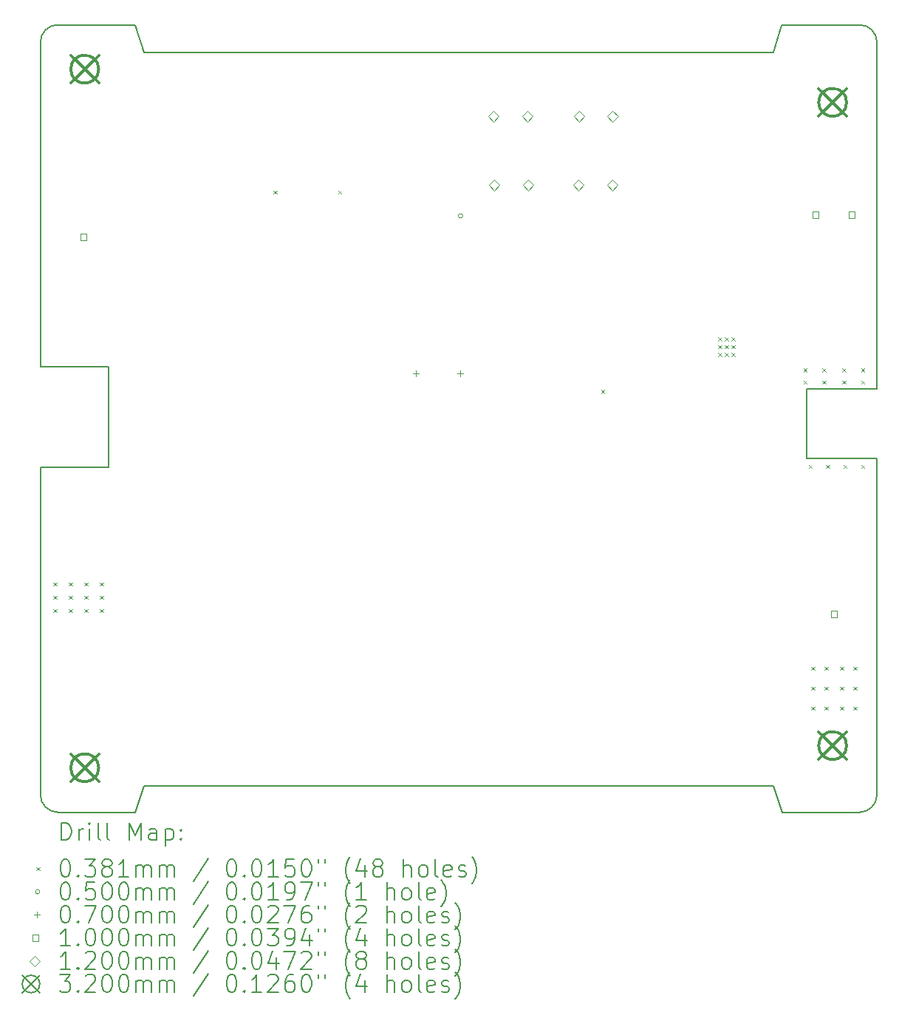
<source format=gbr>
%TF.GenerationSoftware,KiCad,Pcbnew,7.0.1-0*%
%TF.CreationDate,2023-03-19T01:41:42-04:00*%
%TF.ProjectId,batteryboard,62617474-6572-4796-926f-6172642e6b69,rev?*%
%TF.SameCoordinates,Original*%
%TF.FileFunction,Drillmap*%
%TF.FilePolarity,Positive*%
%FSLAX45Y45*%
G04 Gerber Fmt 4.5, Leading zero omitted, Abs format (unit mm)*
G04 Created by KiCad (PCBNEW 7.0.1-0) date 2023-03-19 01:41:42*
%MOMM*%
%LPD*%
G01*
G04 APERTURE LIST*
%ADD10C,0.150000*%
%ADD11C,0.200000*%
%ADD12C,0.038100*%
%ADD13C,0.050000*%
%ADD14C,0.070000*%
%ADD15C,0.100000*%
%ADD16C,0.120000*%
%ADD17C,0.320000*%
G04 APERTURE END LIST*
D10*
X5320030Y-14197990D02*
G75*
G03*
X5520030Y-14397990I200000J0D01*
G01*
X14708530Y-14397990D02*
G75*
G03*
X14908530Y-14197990I0J200000D01*
G01*
X14908530Y-5580990D02*
G75*
G03*
X14708530Y-5380990I-200000J0D01*
G01*
X5520030Y-5380990D02*
G75*
G03*
X5320030Y-5580990I0J-200000D01*
G01*
X5520030Y-14397990D02*
X6403950Y-14397990D01*
X13721080Y-14100000D02*
X6507480Y-14100000D01*
X6403950Y-14397990D02*
X6507480Y-14100000D01*
X14708530Y-14397990D02*
X13824610Y-14397990D01*
X6507480Y-5700000D02*
X6409690Y-5380990D01*
X13721080Y-5700000D02*
X6507480Y-5700000D01*
X13721080Y-5700000D02*
X13818870Y-5380990D01*
X14708530Y-5380990D02*
X13818870Y-5380990D01*
X6409690Y-5380990D02*
X5520030Y-5380990D01*
X6100000Y-10450000D02*
X5320030Y-10450000D01*
X14100000Y-9550000D02*
X14100000Y-10350000D01*
X13824610Y-14397990D02*
X13721080Y-14100000D01*
X14908530Y-9550000D02*
X14100000Y-9550000D01*
X14908530Y-14197990D02*
X14908530Y-10350000D01*
X5320030Y-14197990D02*
X5320030Y-10450000D01*
X5320030Y-9300000D02*
X6100000Y-9300000D01*
X5320030Y-5580990D02*
X5320030Y-9300000D01*
X14908530Y-5580990D02*
X14908530Y-9550000D01*
X14100000Y-10350000D02*
X14908530Y-10350000D01*
X6100000Y-9300000D02*
X6100000Y-10450000D01*
D11*
D12*
X5467350Y-11766550D02*
X5505450Y-11804650D01*
X5505450Y-11766550D02*
X5467350Y-11804650D01*
X5467350Y-11918950D02*
X5505450Y-11957050D01*
X5505450Y-11918950D02*
X5467350Y-11957050D01*
X5467350Y-12071350D02*
X5505450Y-12109450D01*
X5505450Y-12071350D02*
X5467350Y-12109450D01*
X5645150Y-11766550D02*
X5683250Y-11804650D01*
X5683250Y-11766550D02*
X5645150Y-11804650D01*
X5645150Y-11918950D02*
X5683250Y-11957050D01*
X5683250Y-11918950D02*
X5645150Y-11957050D01*
X5645150Y-12071350D02*
X5683250Y-12109450D01*
X5683250Y-12071350D02*
X5645150Y-12109450D01*
X5822950Y-11766550D02*
X5861050Y-11804650D01*
X5861050Y-11766550D02*
X5822950Y-11804650D01*
X5822950Y-11918950D02*
X5861050Y-11957050D01*
X5861050Y-11918950D02*
X5822950Y-11957050D01*
X5822950Y-12071350D02*
X5861050Y-12109450D01*
X5861050Y-12071350D02*
X5822950Y-12109450D01*
X6000750Y-11766550D02*
X6038850Y-11804650D01*
X6038850Y-11766550D02*
X6000750Y-11804650D01*
X6000750Y-11918950D02*
X6038850Y-11957050D01*
X6038850Y-11918950D02*
X6000750Y-11957050D01*
X6000750Y-12071350D02*
X6038850Y-12109450D01*
X6038850Y-12071350D02*
X6000750Y-12109450D01*
X7990950Y-7280950D02*
X8029050Y-7319050D01*
X8029050Y-7280950D02*
X7990950Y-7319050D01*
X8730950Y-7280950D02*
X8769050Y-7319050D01*
X8769050Y-7280950D02*
X8730950Y-7319050D01*
X11747500Y-9563100D02*
X11785600Y-9601200D01*
X11785600Y-9563100D02*
X11747500Y-9601200D01*
X13087350Y-8959850D02*
X13125450Y-8997950D01*
X13125450Y-8959850D02*
X13087350Y-8997950D01*
X13087350Y-9048750D02*
X13125450Y-9086850D01*
X13125450Y-9048750D02*
X13087350Y-9086850D01*
X13087350Y-9137650D02*
X13125450Y-9175750D01*
X13125450Y-9137650D02*
X13087350Y-9175750D01*
X13163550Y-8959850D02*
X13201650Y-8997950D01*
X13201650Y-8959850D02*
X13163550Y-8997950D01*
X13163550Y-9048750D02*
X13201650Y-9086850D01*
X13201650Y-9048750D02*
X13163550Y-9086850D01*
X13163550Y-9137650D02*
X13201650Y-9175750D01*
X13201650Y-9137650D02*
X13163550Y-9175750D01*
X13239750Y-8959850D02*
X13277850Y-8997950D01*
X13277850Y-8959850D02*
X13239750Y-8997950D01*
X13239750Y-9048750D02*
X13277850Y-9086850D01*
X13277850Y-9048750D02*
X13239750Y-9086850D01*
X13239750Y-9137650D02*
X13277850Y-9175750D01*
X13277850Y-9137650D02*
X13239750Y-9175750D01*
X14065250Y-9315450D02*
X14103350Y-9353550D01*
X14103350Y-9315450D02*
X14065250Y-9353550D01*
X14065250Y-9455150D02*
X14103350Y-9493250D01*
X14103350Y-9455150D02*
X14065250Y-9493250D01*
X14125650Y-10420650D02*
X14163750Y-10458750D01*
X14163750Y-10420650D02*
X14125650Y-10458750D01*
X14154150Y-12731750D02*
X14192250Y-12769850D01*
X14192250Y-12731750D02*
X14154150Y-12769850D01*
X14154150Y-12960350D02*
X14192250Y-12998450D01*
X14192250Y-12960350D02*
X14154150Y-12998450D01*
X14154150Y-13188950D02*
X14192250Y-13227050D01*
X14192250Y-13188950D02*
X14154150Y-13227050D01*
X14281150Y-9315450D02*
X14319250Y-9353550D01*
X14319250Y-9315450D02*
X14281150Y-9353550D01*
X14281150Y-9455150D02*
X14319250Y-9493250D01*
X14319250Y-9455150D02*
X14281150Y-9493250D01*
X14306550Y-12731750D02*
X14344650Y-12769850D01*
X14344650Y-12731750D02*
X14306550Y-12769850D01*
X14306550Y-12960350D02*
X14344650Y-12998450D01*
X14344650Y-12960350D02*
X14306550Y-12998450D01*
X14306550Y-13188950D02*
X14344650Y-13227050D01*
X14344650Y-13188950D02*
X14306550Y-13227050D01*
X14325650Y-10420650D02*
X14363750Y-10458750D01*
X14363750Y-10420650D02*
X14325650Y-10458750D01*
X14484350Y-12731750D02*
X14522450Y-12769850D01*
X14522450Y-12731750D02*
X14484350Y-12769850D01*
X14484350Y-12960350D02*
X14522450Y-12998450D01*
X14522450Y-12960350D02*
X14484350Y-12998450D01*
X14484350Y-13188950D02*
X14522450Y-13227050D01*
X14522450Y-13188950D02*
X14484350Y-13227050D01*
X14509750Y-9315450D02*
X14547850Y-9353550D01*
X14547850Y-9315450D02*
X14509750Y-9353550D01*
X14509750Y-9455150D02*
X14547850Y-9493250D01*
X14547850Y-9455150D02*
X14509750Y-9493250D01*
X14525650Y-10420650D02*
X14563750Y-10458750D01*
X14563750Y-10420650D02*
X14525650Y-10458750D01*
X14636750Y-12731750D02*
X14674850Y-12769850D01*
X14674850Y-12731750D02*
X14636750Y-12769850D01*
X14636750Y-12960350D02*
X14674850Y-12998450D01*
X14674850Y-12960350D02*
X14636750Y-12998450D01*
X14636750Y-13188950D02*
X14674850Y-13227050D01*
X14674850Y-13188950D02*
X14636750Y-13227050D01*
X14725650Y-9315450D02*
X14763750Y-9353550D01*
X14763750Y-9315450D02*
X14725650Y-9353550D01*
X14725650Y-9455150D02*
X14763750Y-9493250D01*
X14763750Y-9455150D02*
X14725650Y-9493250D01*
X14725650Y-10420650D02*
X14763750Y-10458750D01*
X14763750Y-10420650D02*
X14725650Y-10458750D01*
D13*
X10159600Y-7569200D02*
G75*
G03*
X10159600Y-7569200I-25000J0D01*
G01*
D14*
X9626600Y-9337600D02*
X9626600Y-9407600D01*
X9591600Y-9372600D02*
X9661600Y-9372600D01*
X10134600Y-9337600D02*
X10134600Y-9407600D01*
X10099600Y-9372600D02*
X10169600Y-9372600D01*
D15*
X5851956Y-7845856D02*
X5851956Y-7775144D01*
X5781244Y-7775144D01*
X5781244Y-7845856D01*
X5851956Y-7845856D01*
X14241576Y-7591856D02*
X14241576Y-7521144D01*
X14170864Y-7521144D01*
X14170864Y-7591856D01*
X14241576Y-7591856D01*
X14449856Y-12163856D02*
X14449856Y-12093144D01*
X14379144Y-12093144D01*
X14379144Y-12163856D01*
X14449856Y-12163856D01*
X14653056Y-7591856D02*
X14653056Y-7521144D01*
X14582344Y-7521144D01*
X14582344Y-7591856D01*
X14653056Y-7591856D01*
D16*
X10516120Y-6490000D02*
X10576120Y-6430000D01*
X10516120Y-6370000D01*
X10456120Y-6430000D01*
X10516120Y-6490000D01*
X10523220Y-7277400D02*
X10583220Y-7217400D01*
X10523220Y-7157400D01*
X10463220Y-7217400D01*
X10523220Y-7277400D01*
X10901680Y-6490000D02*
X10961680Y-6430000D01*
X10901680Y-6370000D01*
X10841680Y-6430000D01*
X10901680Y-6490000D01*
X10908780Y-7277400D02*
X10968780Y-7217400D01*
X10908780Y-7157400D01*
X10848780Y-7217400D01*
X10908780Y-7277400D01*
X11488420Y-7277400D02*
X11548420Y-7217400D01*
X11488420Y-7157400D01*
X11428420Y-7217400D01*
X11488420Y-7277400D01*
X11494020Y-6490000D02*
X11554020Y-6430000D01*
X11494020Y-6370000D01*
X11434020Y-6430000D01*
X11494020Y-6490000D01*
X11873980Y-7277400D02*
X11933980Y-7217400D01*
X11873980Y-7157400D01*
X11813980Y-7217400D01*
X11873980Y-7277400D01*
X11879580Y-6490000D02*
X11939580Y-6430000D01*
X11879580Y-6370000D01*
X11819580Y-6430000D01*
X11879580Y-6490000D01*
D17*
X5668030Y-5728990D02*
X5988030Y-6048990D01*
X5988030Y-5728990D02*
X5668030Y-6048990D01*
X5988030Y-5888990D02*
G75*
G03*
X5988030Y-5888990I-160000J0D01*
G01*
X5668030Y-13728990D02*
X5988030Y-14048990D01*
X5988030Y-13728990D02*
X5668030Y-14048990D01*
X5988030Y-13888990D02*
G75*
G03*
X5988030Y-13888990I-160000J0D01*
G01*
X14240530Y-6108990D02*
X14560530Y-6428990D01*
X14560530Y-6108990D02*
X14240530Y-6428990D01*
X14560530Y-6268990D02*
G75*
G03*
X14560530Y-6268990I-160000J0D01*
G01*
X14240530Y-13474990D02*
X14560530Y-13794990D01*
X14560530Y-13474990D02*
X14240530Y-13794990D01*
X14560530Y-13634990D02*
G75*
G03*
X14560530Y-13634990I-160000J0D01*
G01*
D11*
X5560149Y-14718014D02*
X5560149Y-14518014D01*
X5560149Y-14518014D02*
X5607768Y-14518014D01*
X5607768Y-14518014D02*
X5636339Y-14527538D01*
X5636339Y-14527538D02*
X5655387Y-14546585D01*
X5655387Y-14546585D02*
X5664911Y-14565633D01*
X5664911Y-14565633D02*
X5674435Y-14603728D01*
X5674435Y-14603728D02*
X5674435Y-14632299D01*
X5674435Y-14632299D02*
X5664911Y-14670395D01*
X5664911Y-14670395D02*
X5655387Y-14689442D01*
X5655387Y-14689442D02*
X5636339Y-14708490D01*
X5636339Y-14708490D02*
X5607768Y-14718014D01*
X5607768Y-14718014D02*
X5560149Y-14718014D01*
X5760149Y-14718014D02*
X5760149Y-14584680D01*
X5760149Y-14622776D02*
X5769673Y-14603728D01*
X5769673Y-14603728D02*
X5779197Y-14594204D01*
X5779197Y-14594204D02*
X5798244Y-14584680D01*
X5798244Y-14584680D02*
X5817292Y-14584680D01*
X5883958Y-14718014D02*
X5883958Y-14584680D01*
X5883958Y-14518014D02*
X5874435Y-14527538D01*
X5874435Y-14527538D02*
X5883958Y-14537061D01*
X5883958Y-14537061D02*
X5893482Y-14527538D01*
X5893482Y-14527538D02*
X5883958Y-14518014D01*
X5883958Y-14518014D02*
X5883958Y-14537061D01*
X6007768Y-14718014D02*
X5988720Y-14708490D01*
X5988720Y-14708490D02*
X5979197Y-14689442D01*
X5979197Y-14689442D02*
X5979197Y-14518014D01*
X6112530Y-14718014D02*
X6093482Y-14708490D01*
X6093482Y-14708490D02*
X6083958Y-14689442D01*
X6083958Y-14689442D02*
X6083958Y-14518014D01*
X6341101Y-14718014D02*
X6341101Y-14518014D01*
X6341101Y-14518014D02*
X6407768Y-14660871D01*
X6407768Y-14660871D02*
X6474435Y-14518014D01*
X6474435Y-14518014D02*
X6474435Y-14718014D01*
X6655387Y-14718014D02*
X6655387Y-14613252D01*
X6655387Y-14613252D02*
X6645863Y-14594204D01*
X6645863Y-14594204D02*
X6626816Y-14584680D01*
X6626816Y-14584680D02*
X6588720Y-14584680D01*
X6588720Y-14584680D02*
X6569673Y-14594204D01*
X6655387Y-14708490D02*
X6636339Y-14718014D01*
X6636339Y-14718014D02*
X6588720Y-14718014D01*
X6588720Y-14718014D02*
X6569673Y-14708490D01*
X6569673Y-14708490D02*
X6560149Y-14689442D01*
X6560149Y-14689442D02*
X6560149Y-14670395D01*
X6560149Y-14670395D02*
X6569673Y-14651347D01*
X6569673Y-14651347D02*
X6588720Y-14641823D01*
X6588720Y-14641823D02*
X6636339Y-14641823D01*
X6636339Y-14641823D02*
X6655387Y-14632299D01*
X6750625Y-14584680D02*
X6750625Y-14784680D01*
X6750625Y-14594204D02*
X6769673Y-14584680D01*
X6769673Y-14584680D02*
X6807768Y-14584680D01*
X6807768Y-14584680D02*
X6826816Y-14594204D01*
X6826816Y-14594204D02*
X6836339Y-14603728D01*
X6836339Y-14603728D02*
X6845863Y-14622776D01*
X6845863Y-14622776D02*
X6845863Y-14679918D01*
X6845863Y-14679918D02*
X6836339Y-14698966D01*
X6836339Y-14698966D02*
X6826816Y-14708490D01*
X6826816Y-14708490D02*
X6807768Y-14718014D01*
X6807768Y-14718014D02*
X6769673Y-14718014D01*
X6769673Y-14718014D02*
X6750625Y-14708490D01*
X6931578Y-14698966D02*
X6941101Y-14708490D01*
X6941101Y-14708490D02*
X6931578Y-14718014D01*
X6931578Y-14718014D02*
X6922054Y-14708490D01*
X6922054Y-14708490D02*
X6931578Y-14698966D01*
X6931578Y-14698966D02*
X6931578Y-14718014D01*
X6931578Y-14594204D02*
X6941101Y-14603728D01*
X6941101Y-14603728D02*
X6931578Y-14613252D01*
X6931578Y-14613252D02*
X6922054Y-14603728D01*
X6922054Y-14603728D02*
X6931578Y-14594204D01*
X6931578Y-14594204D02*
X6931578Y-14613252D01*
D12*
X5274430Y-15026440D02*
X5312530Y-15064540D01*
X5312530Y-15026440D02*
X5274430Y-15064540D01*
D11*
X5598244Y-14938014D02*
X5617292Y-14938014D01*
X5617292Y-14938014D02*
X5636339Y-14947538D01*
X5636339Y-14947538D02*
X5645863Y-14957061D01*
X5645863Y-14957061D02*
X5655387Y-14976109D01*
X5655387Y-14976109D02*
X5664911Y-15014204D01*
X5664911Y-15014204D02*
X5664911Y-15061823D01*
X5664911Y-15061823D02*
X5655387Y-15099918D01*
X5655387Y-15099918D02*
X5645863Y-15118966D01*
X5645863Y-15118966D02*
X5636339Y-15128490D01*
X5636339Y-15128490D02*
X5617292Y-15138014D01*
X5617292Y-15138014D02*
X5598244Y-15138014D01*
X5598244Y-15138014D02*
X5579197Y-15128490D01*
X5579197Y-15128490D02*
X5569673Y-15118966D01*
X5569673Y-15118966D02*
X5560149Y-15099918D01*
X5560149Y-15099918D02*
X5550625Y-15061823D01*
X5550625Y-15061823D02*
X5550625Y-15014204D01*
X5550625Y-15014204D02*
X5560149Y-14976109D01*
X5560149Y-14976109D02*
X5569673Y-14957061D01*
X5569673Y-14957061D02*
X5579197Y-14947538D01*
X5579197Y-14947538D02*
X5598244Y-14938014D01*
X5750625Y-15118966D02*
X5760149Y-15128490D01*
X5760149Y-15128490D02*
X5750625Y-15138014D01*
X5750625Y-15138014D02*
X5741101Y-15128490D01*
X5741101Y-15128490D02*
X5750625Y-15118966D01*
X5750625Y-15118966D02*
X5750625Y-15138014D01*
X5826816Y-14938014D02*
X5950625Y-14938014D01*
X5950625Y-14938014D02*
X5883958Y-15014204D01*
X5883958Y-15014204D02*
X5912530Y-15014204D01*
X5912530Y-15014204D02*
X5931578Y-15023728D01*
X5931578Y-15023728D02*
X5941101Y-15033252D01*
X5941101Y-15033252D02*
X5950625Y-15052299D01*
X5950625Y-15052299D02*
X5950625Y-15099918D01*
X5950625Y-15099918D02*
X5941101Y-15118966D01*
X5941101Y-15118966D02*
X5931578Y-15128490D01*
X5931578Y-15128490D02*
X5912530Y-15138014D01*
X5912530Y-15138014D02*
X5855387Y-15138014D01*
X5855387Y-15138014D02*
X5836339Y-15128490D01*
X5836339Y-15128490D02*
X5826816Y-15118966D01*
X6064911Y-15023728D02*
X6045863Y-15014204D01*
X6045863Y-15014204D02*
X6036339Y-15004680D01*
X6036339Y-15004680D02*
X6026816Y-14985633D01*
X6026816Y-14985633D02*
X6026816Y-14976109D01*
X6026816Y-14976109D02*
X6036339Y-14957061D01*
X6036339Y-14957061D02*
X6045863Y-14947538D01*
X6045863Y-14947538D02*
X6064911Y-14938014D01*
X6064911Y-14938014D02*
X6103006Y-14938014D01*
X6103006Y-14938014D02*
X6122054Y-14947538D01*
X6122054Y-14947538D02*
X6131578Y-14957061D01*
X6131578Y-14957061D02*
X6141101Y-14976109D01*
X6141101Y-14976109D02*
X6141101Y-14985633D01*
X6141101Y-14985633D02*
X6131578Y-15004680D01*
X6131578Y-15004680D02*
X6122054Y-15014204D01*
X6122054Y-15014204D02*
X6103006Y-15023728D01*
X6103006Y-15023728D02*
X6064911Y-15023728D01*
X6064911Y-15023728D02*
X6045863Y-15033252D01*
X6045863Y-15033252D02*
X6036339Y-15042776D01*
X6036339Y-15042776D02*
X6026816Y-15061823D01*
X6026816Y-15061823D02*
X6026816Y-15099918D01*
X6026816Y-15099918D02*
X6036339Y-15118966D01*
X6036339Y-15118966D02*
X6045863Y-15128490D01*
X6045863Y-15128490D02*
X6064911Y-15138014D01*
X6064911Y-15138014D02*
X6103006Y-15138014D01*
X6103006Y-15138014D02*
X6122054Y-15128490D01*
X6122054Y-15128490D02*
X6131578Y-15118966D01*
X6131578Y-15118966D02*
X6141101Y-15099918D01*
X6141101Y-15099918D02*
X6141101Y-15061823D01*
X6141101Y-15061823D02*
X6131578Y-15042776D01*
X6131578Y-15042776D02*
X6122054Y-15033252D01*
X6122054Y-15033252D02*
X6103006Y-15023728D01*
X6331578Y-15138014D02*
X6217292Y-15138014D01*
X6274435Y-15138014D02*
X6274435Y-14938014D01*
X6274435Y-14938014D02*
X6255387Y-14966585D01*
X6255387Y-14966585D02*
X6236339Y-14985633D01*
X6236339Y-14985633D02*
X6217292Y-14995157D01*
X6417292Y-15138014D02*
X6417292Y-15004680D01*
X6417292Y-15023728D02*
X6426816Y-15014204D01*
X6426816Y-15014204D02*
X6445863Y-15004680D01*
X6445863Y-15004680D02*
X6474435Y-15004680D01*
X6474435Y-15004680D02*
X6493482Y-15014204D01*
X6493482Y-15014204D02*
X6503006Y-15033252D01*
X6503006Y-15033252D02*
X6503006Y-15138014D01*
X6503006Y-15033252D02*
X6512530Y-15014204D01*
X6512530Y-15014204D02*
X6531578Y-15004680D01*
X6531578Y-15004680D02*
X6560149Y-15004680D01*
X6560149Y-15004680D02*
X6579197Y-15014204D01*
X6579197Y-15014204D02*
X6588720Y-15033252D01*
X6588720Y-15033252D02*
X6588720Y-15138014D01*
X6683959Y-15138014D02*
X6683959Y-15004680D01*
X6683959Y-15023728D02*
X6693482Y-15014204D01*
X6693482Y-15014204D02*
X6712530Y-15004680D01*
X6712530Y-15004680D02*
X6741101Y-15004680D01*
X6741101Y-15004680D02*
X6760149Y-15014204D01*
X6760149Y-15014204D02*
X6769673Y-15033252D01*
X6769673Y-15033252D02*
X6769673Y-15138014D01*
X6769673Y-15033252D02*
X6779197Y-15014204D01*
X6779197Y-15014204D02*
X6798244Y-15004680D01*
X6798244Y-15004680D02*
X6826816Y-15004680D01*
X6826816Y-15004680D02*
X6845863Y-15014204D01*
X6845863Y-15014204D02*
X6855387Y-15033252D01*
X6855387Y-15033252D02*
X6855387Y-15138014D01*
X7245863Y-14928490D02*
X7074435Y-15185633D01*
X7503006Y-14938014D02*
X7522054Y-14938014D01*
X7522054Y-14938014D02*
X7541102Y-14947538D01*
X7541102Y-14947538D02*
X7550625Y-14957061D01*
X7550625Y-14957061D02*
X7560149Y-14976109D01*
X7560149Y-14976109D02*
X7569673Y-15014204D01*
X7569673Y-15014204D02*
X7569673Y-15061823D01*
X7569673Y-15061823D02*
X7560149Y-15099918D01*
X7560149Y-15099918D02*
X7550625Y-15118966D01*
X7550625Y-15118966D02*
X7541102Y-15128490D01*
X7541102Y-15128490D02*
X7522054Y-15138014D01*
X7522054Y-15138014D02*
X7503006Y-15138014D01*
X7503006Y-15138014D02*
X7483959Y-15128490D01*
X7483959Y-15128490D02*
X7474435Y-15118966D01*
X7474435Y-15118966D02*
X7464911Y-15099918D01*
X7464911Y-15099918D02*
X7455387Y-15061823D01*
X7455387Y-15061823D02*
X7455387Y-15014204D01*
X7455387Y-15014204D02*
X7464911Y-14976109D01*
X7464911Y-14976109D02*
X7474435Y-14957061D01*
X7474435Y-14957061D02*
X7483959Y-14947538D01*
X7483959Y-14947538D02*
X7503006Y-14938014D01*
X7655387Y-15118966D02*
X7664911Y-15128490D01*
X7664911Y-15128490D02*
X7655387Y-15138014D01*
X7655387Y-15138014D02*
X7645863Y-15128490D01*
X7645863Y-15128490D02*
X7655387Y-15118966D01*
X7655387Y-15118966D02*
X7655387Y-15138014D01*
X7788721Y-14938014D02*
X7807768Y-14938014D01*
X7807768Y-14938014D02*
X7826816Y-14947538D01*
X7826816Y-14947538D02*
X7836340Y-14957061D01*
X7836340Y-14957061D02*
X7845863Y-14976109D01*
X7845863Y-14976109D02*
X7855387Y-15014204D01*
X7855387Y-15014204D02*
X7855387Y-15061823D01*
X7855387Y-15061823D02*
X7845863Y-15099918D01*
X7845863Y-15099918D02*
X7836340Y-15118966D01*
X7836340Y-15118966D02*
X7826816Y-15128490D01*
X7826816Y-15128490D02*
X7807768Y-15138014D01*
X7807768Y-15138014D02*
X7788721Y-15138014D01*
X7788721Y-15138014D02*
X7769673Y-15128490D01*
X7769673Y-15128490D02*
X7760149Y-15118966D01*
X7760149Y-15118966D02*
X7750625Y-15099918D01*
X7750625Y-15099918D02*
X7741102Y-15061823D01*
X7741102Y-15061823D02*
X7741102Y-15014204D01*
X7741102Y-15014204D02*
X7750625Y-14976109D01*
X7750625Y-14976109D02*
X7760149Y-14957061D01*
X7760149Y-14957061D02*
X7769673Y-14947538D01*
X7769673Y-14947538D02*
X7788721Y-14938014D01*
X8045863Y-15138014D02*
X7931578Y-15138014D01*
X7988721Y-15138014D02*
X7988721Y-14938014D01*
X7988721Y-14938014D02*
X7969673Y-14966585D01*
X7969673Y-14966585D02*
X7950625Y-14985633D01*
X7950625Y-14985633D02*
X7931578Y-14995157D01*
X8226816Y-14938014D02*
X8131578Y-14938014D01*
X8131578Y-14938014D02*
X8122054Y-15033252D01*
X8122054Y-15033252D02*
X8131578Y-15023728D01*
X8131578Y-15023728D02*
X8150625Y-15014204D01*
X8150625Y-15014204D02*
X8198244Y-15014204D01*
X8198244Y-15014204D02*
X8217292Y-15023728D01*
X8217292Y-15023728D02*
X8226816Y-15033252D01*
X8226816Y-15033252D02*
X8236340Y-15052299D01*
X8236340Y-15052299D02*
X8236340Y-15099918D01*
X8236340Y-15099918D02*
X8226816Y-15118966D01*
X8226816Y-15118966D02*
X8217292Y-15128490D01*
X8217292Y-15128490D02*
X8198244Y-15138014D01*
X8198244Y-15138014D02*
X8150625Y-15138014D01*
X8150625Y-15138014D02*
X8131578Y-15128490D01*
X8131578Y-15128490D02*
X8122054Y-15118966D01*
X8360149Y-14938014D02*
X8379197Y-14938014D01*
X8379197Y-14938014D02*
X8398245Y-14947538D01*
X8398245Y-14947538D02*
X8407768Y-14957061D01*
X8407768Y-14957061D02*
X8417292Y-14976109D01*
X8417292Y-14976109D02*
X8426816Y-15014204D01*
X8426816Y-15014204D02*
X8426816Y-15061823D01*
X8426816Y-15061823D02*
X8417292Y-15099918D01*
X8417292Y-15099918D02*
X8407768Y-15118966D01*
X8407768Y-15118966D02*
X8398245Y-15128490D01*
X8398245Y-15128490D02*
X8379197Y-15138014D01*
X8379197Y-15138014D02*
X8360149Y-15138014D01*
X8360149Y-15138014D02*
X8341102Y-15128490D01*
X8341102Y-15128490D02*
X8331578Y-15118966D01*
X8331578Y-15118966D02*
X8322054Y-15099918D01*
X8322054Y-15099918D02*
X8312530Y-15061823D01*
X8312530Y-15061823D02*
X8312530Y-15014204D01*
X8312530Y-15014204D02*
X8322054Y-14976109D01*
X8322054Y-14976109D02*
X8331578Y-14957061D01*
X8331578Y-14957061D02*
X8341102Y-14947538D01*
X8341102Y-14947538D02*
X8360149Y-14938014D01*
X8503006Y-14938014D02*
X8503006Y-14976109D01*
X8579197Y-14938014D02*
X8579197Y-14976109D01*
X8874435Y-15214204D02*
X8864911Y-15204680D01*
X8864911Y-15204680D02*
X8845864Y-15176109D01*
X8845864Y-15176109D02*
X8836340Y-15157061D01*
X8836340Y-15157061D02*
X8826816Y-15128490D01*
X8826816Y-15128490D02*
X8817292Y-15080871D01*
X8817292Y-15080871D02*
X8817292Y-15042776D01*
X8817292Y-15042776D02*
X8826816Y-14995157D01*
X8826816Y-14995157D02*
X8836340Y-14966585D01*
X8836340Y-14966585D02*
X8845864Y-14947538D01*
X8845864Y-14947538D02*
X8864911Y-14918966D01*
X8864911Y-14918966D02*
X8874435Y-14909442D01*
X9036340Y-15004680D02*
X9036340Y-15138014D01*
X8988721Y-14928490D02*
X8941102Y-15071347D01*
X8941102Y-15071347D02*
X9064911Y-15071347D01*
X9169673Y-15023728D02*
X9150626Y-15014204D01*
X9150626Y-15014204D02*
X9141102Y-15004680D01*
X9141102Y-15004680D02*
X9131578Y-14985633D01*
X9131578Y-14985633D02*
X9131578Y-14976109D01*
X9131578Y-14976109D02*
X9141102Y-14957061D01*
X9141102Y-14957061D02*
X9150626Y-14947538D01*
X9150626Y-14947538D02*
X9169673Y-14938014D01*
X9169673Y-14938014D02*
X9207768Y-14938014D01*
X9207768Y-14938014D02*
X9226816Y-14947538D01*
X9226816Y-14947538D02*
X9236340Y-14957061D01*
X9236340Y-14957061D02*
X9245864Y-14976109D01*
X9245864Y-14976109D02*
X9245864Y-14985633D01*
X9245864Y-14985633D02*
X9236340Y-15004680D01*
X9236340Y-15004680D02*
X9226816Y-15014204D01*
X9226816Y-15014204D02*
X9207768Y-15023728D01*
X9207768Y-15023728D02*
X9169673Y-15023728D01*
X9169673Y-15023728D02*
X9150626Y-15033252D01*
X9150626Y-15033252D02*
X9141102Y-15042776D01*
X9141102Y-15042776D02*
X9131578Y-15061823D01*
X9131578Y-15061823D02*
X9131578Y-15099918D01*
X9131578Y-15099918D02*
X9141102Y-15118966D01*
X9141102Y-15118966D02*
X9150626Y-15128490D01*
X9150626Y-15128490D02*
X9169673Y-15138014D01*
X9169673Y-15138014D02*
X9207768Y-15138014D01*
X9207768Y-15138014D02*
X9226816Y-15128490D01*
X9226816Y-15128490D02*
X9236340Y-15118966D01*
X9236340Y-15118966D02*
X9245864Y-15099918D01*
X9245864Y-15099918D02*
X9245864Y-15061823D01*
X9245864Y-15061823D02*
X9236340Y-15042776D01*
X9236340Y-15042776D02*
X9226816Y-15033252D01*
X9226816Y-15033252D02*
X9207768Y-15023728D01*
X9483959Y-15138014D02*
X9483959Y-14938014D01*
X9569673Y-15138014D02*
X9569673Y-15033252D01*
X9569673Y-15033252D02*
X9560149Y-15014204D01*
X9560149Y-15014204D02*
X9541102Y-15004680D01*
X9541102Y-15004680D02*
X9512530Y-15004680D01*
X9512530Y-15004680D02*
X9493483Y-15014204D01*
X9493483Y-15014204D02*
X9483959Y-15023728D01*
X9693483Y-15138014D02*
X9674435Y-15128490D01*
X9674435Y-15128490D02*
X9664911Y-15118966D01*
X9664911Y-15118966D02*
X9655388Y-15099918D01*
X9655388Y-15099918D02*
X9655388Y-15042776D01*
X9655388Y-15042776D02*
X9664911Y-15023728D01*
X9664911Y-15023728D02*
X9674435Y-15014204D01*
X9674435Y-15014204D02*
X9693483Y-15004680D01*
X9693483Y-15004680D02*
X9722054Y-15004680D01*
X9722054Y-15004680D02*
X9741102Y-15014204D01*
X9741102Y-15014204D02*
X9750626Y-15023728D01*
X9750626Y-15023728D02*
X9760149Y-15042776D01*
X9760149Y-15042776D02*
X9760149Y-15099918D01*
X9760149Y-15099918D02*
X9750626Y-15118966D01*
X9750626Y-15118966D02*
X9741102Y-15128490D01*
X9741102Y-15128490D02*
X9722054Y-15138014D01*
X9722054Y-15138014D02*
X9693483Y-15138014D01*
X9874435Y-15138014D02*
X9855388Y-15128490D01*
X9855388Y-15128490D02*
X9845864Y-15109442D01*
X9845864Y-15109442D02*
X9845864Y-14938014D01*
X10026816Y-15128490D02*
X10007769Y-15138014D01*
X10007769Y-15138014D02*
X9969673Y-15138014D01*
X9969673Y-15138014D02*
X9950626Y-15128490D01*
X9950626Y-15128490D02*
X9941102Y-15109442D01*
X9941102Y-15109442D02*
X9941102Y-15033252D01*
X9941102Y-15033252D02*
X9950626Y-15014204D01*
X9950626Y-15014204D02*
X9969673Y-15004680D01*
X9969673Y-15004680D02*
X10007769Y-15004680D01*
X10007769Y-15004680D02*
X10026816Y-15014204D01*
X10026816Y-15014204D02*
X10036340Y-15033252D01*
X10036340Y-15033252D02*
X10036340Y-15052299D01*
X10036340Y-15052299D02*
X9941102Y-15071347D01*
X10112530Y-15128490D02*
X10131578Y-15138014D01*
X10131578Y-15138014D02*
X10169673Y-15138014D01*
X10169673Y-15138014D02*
X10188721Y-15128490D01*
X10188721Y-15128490D02*
X10198245Y-15109442D01*
X10198245Y-15109442D02*
X10198245Y-15099918D01*
X10198245Y-15099918D02*
X10188721Y-15080871D01*
X10188721Y-15080871D02*
X10169673Y-15071347D01*
X10169673Y-15071347D02*
X10141102Y-15071347D01*
X10141102Y-15071347D02*
X10122054Y-15061823D01*
X10122054Y-15061823D02*
X10112530Y-15042776D01*
X10112530Y-15042776D02*
X10112530Y-15033252D01*
X10112530Y-15033252D02*
X10122054Y-15014204D01*
X10122054Y-15014204D02*
X10141102Y-15004680D01*
X10141102Y-15004680D02*
X10169673Y-15004680D01*
X10169673Y-15004680D02*
X10188721Y-15014204D01*
X10264911Y-15214204D02*
X10274435Y-15204680D01*
X10274435Y-15204680D02*
X10293483Y-15176109D01*
X10293483Y-15176109D02*
X10303007Y-15157061D01*
X10303007Y-15157061D02*
X10312530Y-15128490D01*
X10312530Y-15128490D02*
X10322054Y-15080871D01*
X10322054Y-15080871D02*
X10322054Y-15042776D01*
X10322054Y-15042776D02*
X10312530Y-14995157D01*
X10312530Y-14995157D02*
X10303007Y-14966585D01*
X10303007Y-14966585D02*
X10293483Y-14947538D01*
X10293483Y-14947538D02*
X10274435Y-14918966D01*
X10274435Y-14918966D02*
X10264911Y-14909442D01*
D13*
X5312530Y-15309490D02*
G75*
G03*
X5312530Y-15309490I-25000J0D01*
G01*
D11*
X5598244Y-15202014D02*
X5617292Y-15202014D01*
X5617292Y-15202014D02*
X5636339Y-15211538D01*
X5636339Y-15211538D02*
X5645863Y-15221061D01*
X5645863Y-15221061D02*
X5655387Y-15240109D01*
X5655387Y-15240109D02*
X5664911Y-15278204D01*
X5664911Y-15278204D02*
X5664911Y-15325823D01*
X5664911Y-15325823D02*
X5655387Y-15363918D01*
X5655387Y-15363918D02*
X5645863Y-15382966D01*
X5645863Y-15382966D02*
X5636339Y-15392490D01*
X5636339Y-15392490D02*
X5617292Y-15402014D01*
X5617292Y-15402014D02*
X5598244Y-15402014D01*
X5598244Y-15402014D02*
X5579197Y-15392490D01*
X5579197Y-15392490D02*
X5569673Y-15382966D01*
X5569673Y-15382966D02*
X5560149Y-15363918D01*
X5560149Y-15363918D02*
X5550625Y-15325823D01*
X5550625Y-15325823D02*
X5550625Y-15278204D01*
X5550625Y-15278204D02*
X5560149Y-15240109D01*
X5560149Y-15240109D02*
X5569673Y-15221061D01*
X5569673Y-15221061D02*
X5579197Y-15211538D01*
X5579197Y-15211538D02*
X5598244Y-15202014D01*
X5750625Y-15382966D02*
X5760149Y-15392490D01*
X5760149Y-15392490D02*
X5750625Y-15402014D01*
X5750625Y-15402014D02*
X5741101Y-15392490D01*
X5741101Y-15392490D02*
X5750625Y-15382966D01*
X5750625Y-15382966D02*
X5750625Y-15402014D01*
X5941101Y-15202014D02*
X5845863Y-15202014D01*
X5845863Y-15202014D02*
X5836339Y-15297252D01*
X5836339Y-15297252D02*
X5845863Y-15287728D01*
X5845863Y-15287728D02*
X5864911Y-15278204D01*
X5864911Y-15278204D02*
X5912530Y-15278204D01*
X5912530Y-15278204D02*
X5931578Y-15287728D01*
X5931578Y-15287728D02*
X5941101Y-15297252D01*
X5941101Y-15297252D02*
X5950625Y-15316299D01*
X5950625Y-15316299D02*
X5950625Y-15363918D01*
X5950625Y-15363918D02*
X5941101Y-15382966D01*
X5941101Y-15382966D02*
X5931578Y-15392490D01*
X5931578Y-15392490D02*
X5912530Y-15402014D01*
X5912530Y-15402014D02*
X5864911Y-15402014D01*
X5864911Y-15402014D02*
X5845863Y-15392490D01*
X5845863Y-15392490D02*
X5836339Y-15382966D01*
X6074435Y-15202014D02*
X6093482Y-15202014D01*
X6093482Y-15202014D02*
X6112530Y-15211538D01*
X6112530Y-15211538D02*
X6122054Y-15221061D01*
X6122054Y-15221061D02*
X6131578Y-15240109D01*
X6131578Y-15240109D02*
X6141101Y-15278204D01*
X6141101Y-15278204D02*
X6141101Y-15325823D01*
X6141101Y-15325823D02*
X6131578Y-15363918D01*
X6131578Y-15363918D02*
X6122054Y-15382966D01*
X6122054Y-15382966D02*
X6112530Y-15392490D01*
X6112530Y-15392490D02*
X6093482Y-15402014D01*
X6093482Y-15402014D02*
X6074435Y-15402014D01*
X6074435Y-15402014D02*
X6055387Y-15392490D01*
X6055387Y-15392490D02*
X6045863Y-15382966D01*
X6045863Y-15382966D02*
X6036339Y-15363918D01*
X6036339Y-15363918D02*
X6026816Y-15325823D01*
X6026816Y-15325823D02*
X6026816Y-15278204D01*
X6026816Y-15278204D02*
X6036339Y-15240109D01*
X6036339Y-15240109D02*
X6045863Y-15221061D01*
X6045863Y-15221061D02*
X6055387Y-15211538D01*
X6055387Y-15211538D02*
X6074435Y-15202014D01*
X6264911Y-15202014D02*
X6283959Y-15202014D01*
X6283959Y-15202014D02*
X6303006Y-15211538D01*
X6303006Y-15211538D02*
X6312530Y-15221061D01*
X6312530Y-15221061D02*
X6322054Y-15240109D01*
X6322054Y-15240109D02*
X6331578Y-15278204D01*
X6331578Y-15278204D02*
X6331578Y-15325823D01*
X6331578Y-15325823D02*
X6322054Y-15363918D01*
X6322054Y-15363918D02*
X6312530Y-15382966D01*
X6312530Y-15382966D02*
X6303006Y-15392490D01*
X6303006Y-15392490D02*
X6283959Y-15402014D01*
X6283959Y-15402014D02*
X6264911Y-15402014D01*
X6264911Y-15402014D02*
X6245863Y-15392490D01*
X6245863Y-15392490D02*
X6236339Y-15382966D01*
X6236339Y-15382966D02*
X6226816Y-15363918D01*
X6226816Y-15363918D02*
X6217292Y-15325823D01*
X6217292Y-15325823D02*
X6217292Y-15278204D01*
X6217292Y-15278204D02*
X6226816Y-15240109D01*
X6226816Y-15240109D02*
X6236339Y-15221061D01*
X6236339Y-15221061D02*
X6245863Y-15211538D01*
X6245863Y-15211538D02*
X6264911Y-15202014D01*
X6417292Y-15402014D02*
X6417292Y-15268680D01*
X6417292Y-15287728D02*
X6426816Y-15278204D01*
X6426816Y-15278204D02*
X6445863Y-15268680D01*
X6445863Y-15268680D02*
X6474435Y-15268680D01*
X6474435Y-15268680D02*
X6493482Y-15278204D01*
X6493482Y-15278204D02*
X6503006Y-15297252D01*
X6503006Y-15297252D02*
X6503006Y-15402014D01*
X6503006Y-15297252D02*
X6512530Y-15278204D01*
X6512530Y-15278204D02*
X6531578Y-15268680D01*
X6531578Y-15268680D02*
X6560149Y-15268680D01*
X6560149Y-15268680D02*
X6579197Y-15278204D01*
X6579197Y-15278204D02*
X6588720Y-15297252D01*
X6588720Y-15297252D02*
X6588720Y-15402014D01*
X6683959Y-15402014D02*
X6683959Y-15268680D01*
X6683959Y-15287728D02*
X6693482Y-15278204D01*
X6693482Y-15278204D02*
X6712530Y-15268680D01*
X6712530Y-15268680D02*
X6741101Y-15268680D01*
X6741101Y-15268680D02*
X6760149Y-15278204D01*
X6760149Y-15278204D02*
X6769673Y-15297252D01*
X6769673Y-15297252D02*
X6769673Y-15402014D01*
X6769673Y-15297252D02*
X6779197Y-15278204D01*
X6779197Y-15278204D02*
X6798244Y-15268680D01*
X6798244Y-15268680D02*
X6826816Y-15268680D01*
X6826816Y-15268680D02*
X6845863Y-15278204D01*
X6845863Y-15278204D02*
X6855387Y-15297252D01*
X6855387Y-15297252D02*
X6855387Y-15402014D01*
X7245863Y-15192490D02*
X7074435Y-15449633D01*
X7503006Y-15202014D02*
X7522054Y-15202014D01*
X7522054Y-15202014D02*
X7541102Y-15211538D01*
X7541102Y-15211538D02*
X7550625Y-15221061D01*
X7550625Y-15221061D02*
X7560149Y-15240109D01*
X7560149Y-15240109D02*
X7569673Y-15278204D01*
X7569673Y-15278204D02*
X7569673Y-15325823D01*
X7569673Y-15325823D02*
X7560149Y-15363918D01*
X7560149Y-15363918D02*
X7550625Y-15382966D01*
X7550625Y-15382966D02*
X7541102Y-15392490D01*
X7541102Y-15392490D02*
X7522054Y-15402014D01*
X7522054Y-15402014D02*
X7503006Y-15402014D01*
X7503006Y-15402014D02*
X7483959Y-15392490D01*
X7483959Y-15392490D02*
X7474435Y-15382966D01*
X7474435Y-15382966D02*
X7464911Y-15363918D01*
X7464911Y-15363918D02*
X7455387Y-15325823D01*
X7455387Y-15325823D02*
X7455387Y-15278204D01*
X7455387Y-15278204D02*
X7464911Y-15240109D01*
X7464911Y-15240109D02*
X7474435Y-15221061D01*
X7474435Y-15221061D02*
X7483959Y-15211538D01*
X7483959Y-15211538D02*
X7503006Y-15202014D01*
X7655387Y-15382966D02*
X7664911Y-15392490D01*
X7664911Y-15392490D02*
X7655387Y-15402014D01*
X7655387Y-15402014D02*
X7645863Y-15392490D01*
X7645863Y-15392490D02*
X7655387Y-15382966D01*
X7655387Y-15382966D02*
X7655387Y-15402014D01*
X7788721Y-15202014D02*
X7807768Y-15202014D01*
X7807768Y-15202014D02*
X7826816Y-15211538D01*
X7826816Y-15211538D02*
X7836340Y-15221061D01*
X7836340Y-15221061D02*
X7845863Y-15240109D01*
X7845863Y-15240109D02*
X7855387Y-15278204D01*
X7855387Y-15278204D02*
X7855387Y-15325823D01*
X7855387Y-15325823D02*
X7845863Y-15363918D01*
X7845863Y-15363918D02*
X7836340Y-15382966D01*
X7836340Y-15382966D02*
X7826816Y-15392490D01*
X7826816Y-15392490D02*
X7807768Y-15402014D01*
X7807768Y-15402014D02*
X7788721Y-15402014D01*
X7788721Y-15402014D02*
X7769673Y-15392490D01*
X7769673Y-15392490D02*
X7760149Y-15382966D01*
X7760149Y-15382966D02*
X7750625Y-15363918D01*
X7750625Y-15363918D02*
X7741102Y-15325823D01*
X7741102Y-15325823D02*
X7741102Y-15278204D01*
X7741102Y-15278204D02*
X7750625Y-15240109D01*
X7750625Y-15240109D02*
X7760149Y-15221061D01*
X7760149Y-15221061D02*
X7769673Y-15211538D01*
X7769673Y-15211538D02*
X7788721Y-15202014D01*
X8045863Y-15402014D02*
X7931578Y-15402014D01*
X7988721Y-15402014D02*
X7988721Y-15202014D01*
X7988721Y-15202014D02*
X7969673Y-15230585D01*
X7969673Y-15230585D02*
X7950625Y-15249633D01*
X7950625Y-15249633D02*
X7931578Y-15259157D01*
X8141102Y-15402014D02*
X8179197Y-15402014D01*
X8179197Y-15402014D02*
X8198244Y-15392490D01*
X8198244Y-15392490D02*
X8207768Y-15382966D01*
X8207768Y-15382966D02*
X8226816Y-15354395D01*
X8226816Y-15354395D02*
X8236340Y-15316299D01*
X8236340Y-15316299D02*
X8236340Y-15240109D01*
X8236340Y-15240109D02*
X8226816Y-15221061D01*
X8226816Y-15221061D02*
X8217292Y-15211538D01*
X8217292Y-15211538D02*
X8198244Y-15202014D01*
X8198244Y-15202014D02*
X8160149Y-15202014D01*
X8160149Y-15202014D02*
X8141102Y-15211538D01*
X8141102Y-15211538D02*
X8131578Y-15221061D01*
X8131578Y-15221061D02*
X8122054Y-15240109D01*
X8122054Y-15240109D02*
X8122054Y-15287728D01*
X8122054Y-15287728D02*
X8131578Y-15306776D01*
X8131578Y-15306776D02*
X8141102Y-15316299D01*
X8141102Y-15316299D02*
X8160149Y-15325823D01*
X8160149Y-15325823D02*
X8198244Y-15325823D01*
X8198244Y-15325823D02*
X8217292Y-15316299D01*
X8217292Y-15316299D02*
X8226816Y-15306776D01*
X8226816Y-15306776D02*
X8236340Y-15287728D01*
X8303006Y-15202014D02*
X8436340Y-15202014D01*
X8436340Y-15202014D02*
X8350625Y-15402014D01*
X8503006Y-15202014D02*
X8503006Y-15240109D01*
X8579197Y-15202014D02*
X8579197Y-15240109D01*
X8874435Y-15478204D02*
X8864911Y-15468680D01*
X8864911Y-15468680D02*
X8845864Y-15440109D01*
X8845864Y-15440109D02*
X8836340Y-15421061D01*
X8836340Y-15421061D02*
X8826816Y-15392490D01*
X8826816Y-15392490D02*
X8817292Y-15344871D01*
X8817292Y-15344871D02*
X8817292Y-15306776D01*
X8817292Y-15306776D02*
X8826816Y-15259157D01*
X8826816Y-15259157D02*
X8836340Y-15230585D01*
X8836340Y-15230585D02*
X8845864Y-15211538D01*
X8845864Y-15211538D02*
X8864911Y-15182966D01*
X8864911Y-15182966D02*
X8874435Y-15173442D01*
X9055387Y-15402014D02*
X8941102Y-15402014D01*
X8998245Y-15402014D02*
X8998245Y-15202014D01*
X8998245Y-15202014D02*
X8979197Y-15230585D01*
X8979197Y-15230585D02*
X8960149Y-15249633D01*
X8960149Y-15249633D02*
X8941102Y-15259157D01*
X9293483Y-15402014D02*
X9293483Y-15202014D01*
X9379197Y-15402014D02*
X9379197Y-15297252D01*
X9379197Y-15297252D02*
X9369673Y-15278204D01*
X9369673Y-15278204D02*
X9350626Y-15268680D01*
X9350626Y-15268680D02*
X9322054Y-15268680D01*
X9322054Y-15268680D02*
X9303007Y-15278204D01*
X9303007Y-15278204D02*
X9293483Y-15287728D01*
X9503007Y-15402014D02*
X9483959Y-15392490D01*
X9483959Y-15392490D02*
X9474435Y-15382966D01*
X9474435Y-15382966D02*
X9464911Y-15363918D01*
X9464911Y-15363918D02*
X9464911Y-15306776D01*
X9464911Y-15306776D02*
X9474435Y-15287728D01*
X9474435Y-15287728D02*
X9483959Y-15278204D01*
X9483959Y-15278204D02*
X9503007Y-15268680D01*
X9503007Y-15268680D02*
X9531578Y-15268680D01*
X9531578Y-15268680D02*
X9550626Y-15278204D01*
X9550626Y-15278204D02*
X9560149Y-15287728D01*
X9560149Y-15287728D02*
X9569673Y-15306776D01*
X9569673Y-15306776D02*
X9569673Y-15363918D01*
X9569673Y-15363918D02*
X9560149Y-15382966D01*
X9560149Y-15382966D02*
X9550626Y-15392490D01*
X9550626Y-15392490D02*
X9531578Y-15402014D01*
X9531578Y-15402014D02*
X9503007Y-15402014D01*
X9683959Y-15402014D02*
X9664911Y-15392490D01*
X9664911Y-15392490D02*
X9655388Y-15373442D01*
X9655388Y-15373442D02*
X9655388Y-15202014D01*
X9836340Y-15392490D02*
X9817292Y-15402014D01*
X9817292Y-15402014D02*
X9779197Y-15402014D01*
X9779197Y-15402014D02*
X9760149Y-15392490D01*
X9760149Y-15392490D02*
X9750626Y-15373442D01*
X9750626Y-15373442D02*
X9750626Y-15297252D01*
X9750626Y-15297252D02*
X9760149Y-15278204D01*
X9760149Y-15278204D02*
X9779197Y-15268680D01*
X9779197Y-15268680D02*
X9817292Y-15268680D01*
X9817292Y-15268680D02*
X9836340Y-15278204D01*
X9836340Y-15278204D02*
X9845864Y-15297252D01*
X9845864Y-15297252D02*
X9845864Y-15316299D01*
X9845864Y-15316299D02*
X9750626Y-15335347D01*
X9912530Y-15478204D02*
X9922054Y-15468680D01*
X9922054Y-15468680D02*
X9941102Y-15440109D01*
X9941102Y-15440109D02*
X9950626Y-15421061D01*
X9950626Y-15421061D02*
X9960149Y-15392490D01*
X9960149Y-15392490D02*
X9969673Y-15344871D01*
X9969673Y-15344871D02*
X9969673Y-15306776D01*
X9969673Y-15306776D02*
X9960149Y-15259157D01*
X9960149Y-15259157D02*
X9950626Y-15230585D01*
X9950626Y-15230585D02*
X9941102Y-15211538D01*
X9941102Y-15211538D02*
X9922054Y-15182966D01*
X9922054Y-15182966D02*
X9912530Y-15173442D01*
D14*
X5277530Y-15538490D02*
X5277530Y-15608490D01*
X5242530Y-15573490D02*
X5312530Y-15573490D01*
D11*
X5598244Y-15466014D02*
X5617292Y-15466014D01*
X5617292Y-15466014D02*
X5636339Y-15475538D01*
X5636339Y-15475538D02*
X5645863Y-15485061D01*
X5645863Y-15485061D02*
X5655387Y-15504109D01*
X5655387Y-15504109D02*
X5664911Y-15542204D01*
X5664911Y-15542204D02*
X5664911Y-15589823D01*
X5664911Y-15589823D02*
X5655387Y-15627918D01*
X5655387Y-15627918D02*
X5645863Y-15646966D01*
X5645863Y-15646966D02*
X5636339Y-15656490D01*
X5636339Y-15656490D02*
X5617292Y-15666014D01*
X5617292Y-15666014D02*
X5598244Y-15666014D01*
X5598244Y-15666014D02*
X5579197Y-15656490D01*
X5579197Y-15656490D02*
X5569673Y-15646966D01*
X5569673Y-15646966D02*
X5560149Y-15627918D01*
X5560149Y-15627918D02*
X5550625Y-15589823D01*
X5550625Y-15589823D02*
X5550625Y-15542204D01*
X5550625Y-15542204D02*
X5560149Y-15504109D01*
X5560149Y-15504109D02*
X5569673Y-15485061D01*
X5569673Y-15485061D02*
X5579197Y-15475538D01*
X5579197Y-15475538D02*
X5598244Y-15466014D01*
X5750625Y-15646966D02*
X5760149Y-15656490D01*
X5760149Y-15656490D02*
X5750625Y-15666014D01*
X5750625Y-15666014D02*
X5741101Y-15656490D01*
X5741101Y-15656490D02*
X5750625Y-15646966D01*
X5750625Y-15646966D02*
X5750625Y-15666014D01*
X5826816Y-15466014D02*
X5960149Y-15466014D01*
X5960149Y-15466014D02*
X5874435Y-15666014D01*
X6074435Y-15466014D02*
X6093482Y-15466014D01*
X6093482Y-15466014D02*
X6112530Y-15475538D01*
X6112530Y-15475538D02*
X6122054Y-15485061D01*
X6122054Y-15485061D02*
X6131578Y-15504109D01*
X6131578Y-15504109D02*
X6141101Y-15542204D01*
X6141101Y-15542204D02*
X6141101Y-15589823D01*
X6141101Y-15589823D02*
X6131578Y-15627918D01*
X6131578Y-15627918D02*
X6122054Y-15646966D01*
X6122054Y-15646966D02*
X6112530Y-15656490D01*
X6112530Y-15656490D02*
X6093482Y-15666014D01*
X6093482Y-15666014D02*
X6074435Y-15666014D01*
X6074435Y-15666014D02*
X6055387Y-15656490D01*
X6055387Y-15656490D02*
X6045863Y-15646966D01*
X6045863Y-15646966D02*
X6036339Y-15627918D01*
X6036339Y-15627918D02*
X6026816Y-15589823D01*
X6026816Y-15589823D02*
X6026816Y-15542204D01*
X6026816Y-15542204D02*
X6036339Y-15504109D01*
X6036339Y-15504109D02*
X6045863Y-15485061D01*
X6045863Y-15485061D02*
X6055387Y-15475538D01*
X6055387Y-15475538D02*
X6074435Y-15466014D01*
X6264911Y-15466014D02*
X6283959Y-15466014D01*
X6283959Y-15466014D02*
X6303006Y-15475538D01*
X6303006Y-15475538D02*
X6312530Y-15485061D01*
X6312530Y-15485061D02*
X6322054Y-15504109D01*
X6322054Y-15504109D02*
X6331578Y-15542204D01*
X6331578Y-15542204D02*
X6331578Y-15589823D01*
X6331578Y-15589823D02*
X6322054Y-15627918D01*
X6322054Y-15627918D02*
X6312530Y-15646966D01*
X6312530Y-15646966D02*
X6303006Y-15656490D01*
X6303006Y-15656490D02*
X6283959Y-15666014D01*
X6283959Y-15666014D02*
X6264911Y-15666014D01*
X6264911Y-15666014D02*
X6245863Y-15656490D01*
X6245863Y-15656490D02*
X6236339Y-15646966D01*
X6236339Y-15646966D02*
X6226816Y-15627918D01*
X6226816Y-15627918D02*
X6217292Y-15589823D01*
X6217292Y-15589823D02*
X6217292Y-15542204D01*
X6217292Y-15542204D02*
X6226816Y-15504109D01*
X6226816Y-15504109D02*
X6236339Y-15485061D01*
X6236339Y-15485061D02*
X6245863Y-15475538D01*
X6245863Y-15475538D02*
X6264911Y-15466014D01*
X6417292Y-15666014D02*
X6417292Y-15532680D01*
X6417292Y-15551728D02*
X6426816Y-15542204D01*
X6426816Y-15542204D02*
X6445863Y-15532680D01*
X6445863Y-15532680D02*
X6474435Y-15532680D01*
X6474435Y-15532680D02*
X6493482Y-15542204D01*
X6493482Y-15542204D02*
X6503006Y-15561252D01*
X6503006Y-15561252D02*
X6503006Y-15666014D01*
X6503006Y-15561252D02*
X6512530Y-15542204D01*
X6512530Y-15542204D02*
X6531578Y-15532680D01*
X6531578Y-15532680D02*
X6560149Y-15532680D01*
X6560149Y-15532680D02*
X6579197Y-15542204D01*
X6579197Y-15542204D02*
X6588720Y-15561252D01*
X6588720Y-15561252D02*
X6588720Y-15666014D01*
X6683959Y-15666014D02*
X6683959Y-15532680D01*
X6683959Y-15551728D02*
X6693482Y-15542204D01*
X6693482Y-15542204D02*
X6712530Y-15532680D01*
X6712530Y-15532680D02*
X6741101Y-15532680D01*
X6741101Y-15532680D02*
X6760149Y-15542204D01*
X6760149Y-15542204D02*
X6769673Y-15561252D01*
X6769673Y-15561252D02*
X6769673Y-15666014D01*
X6769673Y-15561252D02*
X6779197Y-15542204D01*
X6779197Y-15542204D02*
X6798244Y-15532680D01*
X6798244Y-15532680D02*
X6826816Y-15532680D01*
X6826816Y-15532680D02*
X6845863Y-15542204D01*
X6845863Y-15542204D02*
X6855387Y-15561252D01*
X6855387Y-15561252D02*
X6855387Y-15666014D01*
X7245863Y-15456490D02*
X7074435Y-15713633D01*
X7503006Y-15466014D02*
X7522054Y-15466014D01*
X7522054Y-15466014D02*
X7541102Y-15475538D01*
X7541102Y-15475538D02*
X7550625Y-15485061D01*
X7550625Y-15485061D02*
X7560149Y-15504109D01*
X7560149Y-15504109D02*
X7569673Y-15542204D01*
X7569673Y-15542204D02*
X7569673Y-15589823D01*
X7569673Y-15589823D02*
X7560149Y-15627918D01*
X7560149Y-15627918D02*
X7550625Y-15646966D01*
X7550625Y-15646966D02*
X7541102Y-15656490D01*
X7541102Y-15656490D02*
X7522054Y-15666014D01*
X7522054Y-15666014D02*
X7503006Y-15666014D01*
X7503006Y-15666014D02*
X7483959Y-15656490D01*
X7483959Y-15656490D02*
X7474435Y-15646966D01*
X7474435Y-15646966D02*
X7464911Y-15627918D01*
X7464911Y-15627918D02*
X7455387Y-15589823D01*
X7455387Y-15589823D02*
X7455387Y-15542204D01*
X7455387Y-15542204D02*
X7464911Y-15504109D01*
X7464911Y-15504109D02*
X7474435Y-15485061D01*
X7474435Y-15485061D02*
X7483959Y-15475538D01*
X7483959Y-15475538D02*
X7503006Y-15466014D01*
X7655387Y-15646966D02*
X7664911Y-15656490D01*
X7664911Y-15656490D02*
X7655387Y-15666014D01*
X7655387Y-15666014D02*
X7645863Y-15656490D01*
X7645863Y-15656490D02*
X7655387Y-15646966D01*
X7655387Y-15646966D02*
X7655387Y-15666014D01*
X7788721Y-15466014D02*
X7807768Y-15466014D01*
X7807768Y-15466014D02*
X7826816Y-15475538D01*
X7826816Y-15475538D02*
X7836340Y-15485061D01*
X7836340Y-15485061D02*
X7845863Y-15504109D01*
X7845863Y-15504109D02*
X7855387Y-15542204D01*
X7855387Y-15542204D02*
X7855387Y-15589823D01*
X7855387Y-15589823D02*
X7845863Y-15627918D01*
X7845863Y-15627918D02*
X7836340Y-15646966D01*
X7836340Y-15646966D02*
X7826816Y-15656490D01*
X7826816Y-15656490D02*
X7807768Y-15666014D01*
X7807768Y-15666014D02*
X7788721Y-15666014D01*
X7788721Y-15666014D02*
X7769673Y-15656490D01*
X7769673Y-15656490D02*
X7760149Y-15646966D01*
X7760149Y-15646966D02*
X7750625Y-15627918D01*
X7750625Y-15627918D02*
X7741102Y-15589823D01*
X7741102Y-15589823D02*
X7741102Y-15542204D01*
X7741102Y-15542204D02*
X7750625Y-15504109D01*
X7750625Y-15504109D02*
X7760149Y-15485061D01*
X7760149Y-15485061D02*
X7769673Y-15475538D01*
X7769673Y-15475538D02*
X7788721Y-15466014D01*
X7931578Y-15485061D02*
X7941102Y-15475538D01*
X7941102Y-15475538D02*
X7960149Y-15466014D01*
X7960149Y-15466014D02*
X8007768Y-15466014D01*
X8007768Y-15466014D02*
X8026816Y-15475538D01*
X8026816Y-15475538D02*
X8036340Y-15485061D01*
X8036340Y-15485061D02*
X8045863Y-15504109D01*
X8045863Y-15504109D02*
X8045863Y-15523157D01*
X8045863Y-15523157D02*
X8036340Y-15551728D01*
X8036340Y-15551728D02*
X7922054Y-15666014D01*
X7922054Y-15666014D02*
X8045863Y-15666014D01*
X8112530Y-15466014D02*
X8245863Y-15466014D01*
X8245863Y-15466014D02*
X8160149Y-15666014D01*
X8407768Y-15466014D02*
X8369673Y-15466014D01*
X8369673Y-15466014D02*
X8350625Y-15475538D01*
X8350625Y-15475538D02*
X8341102Y-15485061D01*
X8341102Y-15485061D02*
X8322054Y-15513633D01*
X8322054Y-15513633D02*
X8312530Y-15551728D01*
X8312530Y-15551728D02*
X8312530Y-15627918D01*
X8312530Y-15627918D02*
X8322054Y-15646966D01*
X8322054Y-15646966D02*
X8331578Y-15656490D01*
X8331578Y-15656490D02*
X8350625Y-15666014D01*
X8350625Y-15666014D02*
X8388721Y-15666014D01*
X8388721Y-15666014D02*
X8407768Y-15656490D01*
X8407768Y-15656490D02*
X8417292Y-15646966D01*
X8417292Y-15646966D02*
X8426816Y-15627918D01*
X8426816Y-15627918D02*
X8426816Y-15580299D01*
X8426816Y-15580299D02*
X8417292Y-15561252D01*
X8417292Y-15561252D02*
X8407768Y-15551728D01*
X8407768Y-15551728D02*
X8388721Y-15542204D01*
X8388721Y-15542204D02*
X8350625Y-15542204D01*
X8350625Y-15542204D02*
X8331578Y-15551728D01*
X8331578Y-15551728D02*
X8322054Y-15561252D01*
X8322054Y-15561252D02*
X8312530Y-15580299D01*
X8503006Y-15466014D02*
X8503006Y-15504109D01*
X8579197Y-15466014D02*
X8579197Y-15504109D01*
X8874435Y-15742204D02*
X8864911Y-15732680D01*
X8864911Y-15732680D02*
X8845864Y-15704109D01*
X8845864Y-15704109D02*
X8836340Y-15685061D01*
X8836340Y-15685061D02*
X8826816Y-15656490D01*
X8826816Y-15656490D02*
X8817292Y-15608871D01*
X8817292Y-15608871D02*
X8817292Y-15570776D01*
X8817292Y-15570776D02*
X8826816Y-15523157D01*
X8826816Y-15523157D02*
X8836340Y-15494585D01*
X8836340Y-15494585D02*
X8845864Y-15475538D01*
X8845864Y-15475538D02*
X8864911Y-15446966D01*
X8864911Y-15446966D02*
X8874435Y-15437442D01*
X8941102Y-15485061D02*
X8950626Y-15475538D01*
X8950626Y-15475538D02*
X8969673Y-15466014D01*
X8969673Y-15466014D02*
X9017292Y-15466014D01*
X9017292Y-15466014D02*
X9036340Y-15475538D01*
X9036340Y-15475538D02*
X9045864Y-15485061D01*
X9045864Y-15485061D02*
X9055387Y-15504109D01*
X9055387Y-15504109D02*
X9055387Y-15523157D01*
X9055387Y-15523157D02*
X9045864Y-15551728D01*
X9045864Y-15551728D02*
X8931578Y-15666014D01*
X8931578Y-15666014D02*
X9055387Y-15666014D01*
X9293483Y-15666014D02*
X9293483Y-15466014D01*
X9379197Y-15666014D02*
X9379197Y-15561252D01*
X9379197Y-15561252D02*
X9369673Y-15542204D01*
X9369673Y-15542204D02*
X9350626Y-15532680D01*
X9350626Y-15532680D02*
X9322054Y-15532680D01*
X9322054Y-15532680D02*
X9303007Y-15542204D01*
X9303007Y-15542204D02*
X9293483Y-15551728D01*
X9503007Y-15666014D02*
X9483959Y-15656490D01*
X9483959Y-15656490D02*
X9474435Y-15646966D01*
X9474435Y-15646966D02*
X9464911Y-15627918D01*
X9464911Y-15627918D02*
X9464911Y-15570776D01*
X9464911Y-15570776D02*
X9474435Y-15551728D01*
X9474435Y-15551728D02*
X9483959Y-15542204D01*
X9483959Y-15542204D02*
X9503007Y-15532680D01*
X9503007Y-15532680D02*
X9531578Y-15532680D01*
X9531578Y-15532680D02*
X9550626Y-15542204D01*
X9550626Y-15542204D02*
X9560149Y-15551728D01*
X9560149Y-15551728D02*
X9569673Y-15570776D01*
X9569673Y-15570776D02*
X9569673Y-15627918D01*
X9569673Y-15627918D02*
X9560149Y-15646966D01*
X9560149Y-15646966D02*
X9550626Y-15656490D01*
X9550626Y-15656490D02*
X9531578Y-15666014D01*
X9531578Y-15666014D02*
X9503007Y-15666014D01*
X9683959Y-15666014D02*
X9664911Y-15656490D01*
X9664911Y-15656490D02*
X9655388Y-15637442D01*
X9655388Y-15637442D02*
X9655388Y-15466014D01*
X9836340Y-15656490D02*
X9817292Y-15666014D01*
X9817292Y-15666014D02*
X9779197Y-15666014D01*
X9779197Y-15666014D02*
X9760149Y-15656490D01*
X9760149Y-15656490D02*
X9750626Y-15637442D01*
X9750626Y-15637442D02*
X9750626Y-15561252D01*
X9750626Y-15561252D02*
X9760149Y-15542204D01*
X9760149Y-15542204D02*
X9779197Y-15532680D01*
X9779197Y-15532680D02*
X9817292Y-15532680D01*
X9817292Y-15532680D02*
X9836340Y-15542204D01*
X9836340Y-15542204D02*
X9845864Y-15561252D01*
X9845864Y-15561252D02*
X9845864Y-15580299D01*
X9845864Y-15580299D02*
X9750626Y-15599347D01*
X9922054Y-15656490D02*
X9941102Y-15666014D01*
X9941102Y-15666014D02*
X9979197Y-15666014D01*
X9979197Y-15666014D02*
X9998245Y-15656490D01*
X9998245Y-15656490D02*
X10007769Y-15637442D01*
X10007769Y-15637442D02*
X10007769Y-15627918D01*
X10007769Y-15627918D02*
X9998245Y-15608871D01*
X9998245Y-15608871D02*
X9979197Y-15599347D01*
X9979197Y-15599347D02*
X9950626Y-15599347D01*
X9950626Y-15599347D02*
X9931578Y-15589823D01*
X9931578Y-15589823D02*
X9922054Y-15570776D01*
X9922054Y-15570776D02*
X9922054Y-15561252D01*
X9922054Y-15561252D02*
X9931578Y-15542204D01*
X9931578Y-15542204D02*
X9950626Y-15532680D01*
X9950626Y-15532680D02*
X9979197Y-15532680D01*
X9979197Y-15532680D02*
X9998245Y-15542204D01*
X10074435Y-15742204D02*
X10083959Y-15732680D01*
X10083959Y-15732680D02*
X10103007Y-15704109D01*
X10103007Y-15704109D02*
X10112530Y-15685061D01*
X10112530Y-15685061D02*
X10122054Y-15656490D01*
X10122054Y-15656490D02*
X10131578Y-15608871D01*
X10131578Y-15608871D02*
X10131578Y-15570776D01*
X10131578Y-15570776D02*
X10122054Y-15523157D01*
X10122054Y-15523157D02*
X10112530Y-15494585D01*
X10112530Y-15494585D02*
X10103007Y-15475538D01*
X10103007Y-15475538D02*
X10083959Y-15446966D01*
X10083959Y-15446966D02*
X10074435Y-15437442D01*
D15*
X5297886Y-15872846D02*
X5297886Y-15802134D01*
X5227174Y-15802134D01*
X5227174Y-15872846D01*
X5297886Y-15872846D01*
D11*
X5664911Y-15930014D02*
X5550625Y-15930014D01*
X5607768Y-15930014D02*
X5607768Y-15730014D01*
X5607768Y-15730014D02*
X5588720Y-15758585D01*
X5588720Y-15758585D02*
X5569673Y-15777633D01*
X5569673Y-15777633D02*
X5550625Y-15787157D01*
X5750625Y-15910966D02*
X5760149Y-15920490D01*
X5760149Y-15920490D02*
X5750625Y-15930014D01*
X5750625Y-15930014D02*
X5741101Y-15920490D01*
X5741101Y-15920490D02*
X5750625Y-15910966D01*
X5750625Y-15910966D02*
X5750625Y-15930014D01*
X5883958Y-15730014D02*
X5903006Y-15730014D01*
X5903006Y-15730014D02*
X5922054Y-15739538D01*
X5922054Y-15739538D02*
X5931578Y-15749061D01*
X5931578Y-15749061D02*
X5941101Y-15768109D01*
X5941101Y-15768109D02*
X5950625Y-15806204D01*
X5950625Y-15806204D02*
X5950625Y-15853823D01*
X5950625Y-15853823D02*
X5941101Y-15891918D01*
X5941101Y-15891918D02*
X5931578Y-15910966D01*
X5931578Y-15910966D02*
X5922054Y-15920490D01*
X5922054Y-15920490D02*
X5903006Y-15930014D01*
X5903006Y-15930014D02*
X5883958Y-15930014D01*
X5883958Y-15930014D02*
X5864911Y-15920490D01*
X5864911Y-15920490D02*
X5855387Y-15910966D01*
X5855387Y-15910966D02*
X5845863Y-15891918D01*
X5845863Y-15891918D02*
X5836339Y-15853823D01*
X5836339Y-15853823D02*
X5836339Y-15806204D01*
X5836339Y-15806204D02*
X5845863Y-15768109D01*
X5845863Y-15768109D02*
X5855387Y-15749061D01*
X5855387Y-15749061D02*
X5864911Y-15739538D01*
X5864911Y-15739538D02*
X5883958Y-15730014D01*
X6074435Y-15730014D02*
X6093482Y-15730014D01*
X6093482Y-15730014D02*
X6112530Y-15739538D01*
X6112530Y-15739538D02*
X6122054Y-15749061D01*
X6122054Y-15749061D02*
X6131578Y-15768109D01*
X6131578Y-15768109D02*
X6141101Y-15806204D01*
X6141101Y-15806204D02*
X6141101Y-15853823D01*
X6141101Y-15853823D02*
X6131578Y-15891918D01*
X6131578Y-15891918D02*
X6122054Y-15910966D01*
X6122054Y-15910966D02*
X6112530Y-15920490D01*
X6112530Y-15920490D02*
X6093482Y-15930014D01*
X6093482Y-15930014D02*
X6074435Y-15930014D01*
X6074435Y-15930014D02*
X6055387Y-15920490D01*
X6055387Y-15920490D02*
X6045863Y-15910966D01*
X6045863Y-15910966D02*
X6036339Y-15891918D01*
X6036339Y-15891918D02*
X6026816Y-15853823D01*
X6026816Y-15853823D02*
X6026816Y-15806204D01*
X6026816Y-15806204D02*
X6036339Y-15768109D01*
X6036339Y-15768109D02*
X6045863Y-15749061D01*
X6045863Y-15749061D02*
X6055387Y-15739538D01*
X6055387Y-15739538D02*
X6074435Y-15730014D01*
X6264911Y-15730014D02*
X6283959Y-15730014D01*
X6283959Y-15730014D02*
X6303006Y-15739538D01*
X6303006Y-15739538D02*
X6312530Y-15749061D01*
X6312530Y-15749061D02*
X6322054Y-15768109D01*
X6322054Y-15768109D02*
X6331578Y-15806204D01*
X6331578Y-15806204D02*
X6331578Y-15853823D01*
X6331578Y-15853823D02*
X6322054Y-15891918D01*
X6322054Y-15891918D02*
X6312530Y-15910966D01*
X6312530Y-15910966D02*
X6303006Y-15920490D01*
X6303006Y-15920490D02*
X6283959Y-15930014D01*
X6283959Y-15930014D02*
X6264911Y-15930014D01*
X6264911Y-15930014D02*
X6245863Y-15920490D01*
X6245863Y-15920490D02*
X6236339Y-15910966D01*
X6236339Y-15910966D02*
X6226816Y-15891918D01*
X6226816Y-15891918D02*
X6217292Y-15853823D01*
X6217292Y-15853823D02*
X6217292Y-15806204D01*
X6217292Y-15806204D02*
X6226816Y-15768109D01*
X6226816Y-15768109D02*
X6236339Y-15749061D01*
X6236339Y-15749061D02*
X6245863Y-15739538D01*
X6245863Y-15739538D02*
X6264911Y-15730014D01*
X6417292Y-15930014D02*
X6417292Y-15796680D01*
X6417292Y-15815728D02*
X6426816Y-15806204D01*
X6426816Y-15806204D02*
X6445863Y-15796680D01*
X6445863Y-15796680D02*
X6474435Y-15796680D01*
X6474435Y-15796680D02*
X6493482Y-15806204D01*
X6493482Y-15806204D02*
X6503006Y-15825252D01*
X6503006Y-15825252D02*
X6503006Y-15930014D01*
X6503006Y-15825252D02*
X6512530Y-15806204D01*
X6512530Y-15806204D02*
X6531578Y-15796680D01*
X6531578Y-15796680D02*
X6560149Y-15796680D01*
X6560149Y-15796680D02*
X6579197Y-15806204D01*
X6579197Y-15806204D02*
X6588720Y-15825252D01*
X6588720Y-15825252D02*
X6588720Y-15930014D01*
X6683959Y-15930014D02*
X6683959Y-15796680D01*
X6683959Y-15815728D02*
X6693482Y-15806204D01*
X6693482Y-15806204D02*
X6712530Y-15796680D01*
X6712530Y-15796680D02*
X6741101Y-15796680D01*
X6741101Y-15796680D02*
X6760149Y-15806204D01*
X6760149Y-15806204D02*
X6769673Y-15825252D01*
X6769673Y-15825252D02*
X6769673Y-15930014D01*
X6769673Y-15825252D02*
X6779197Y-15806204D01*
X6779197Y-15806204D02*
X6798244Y-15796680D01*
X6798244Y-15796680D02*
X6826816Y-15796680D01*
X6826816Y-15796680D02*
X6845863Y-15806204D01*
X6845863Y-15806204D02*
X6855387Y-15825252D01*
X6855387Y-15825252D02*
X6855387Y-15930014D01*
X7245863Y-15720490D02*
X7074435Y-15977633D01*
X7503006Y-15730014D02*
X7522054Y-15730014D01*
X7522054Y-15730014D02*
X7541102Y-15739538D01*
X7541102Y-15739538D02*
X7550625Y-15749061D01*
X7550625Y-15749061D02*
X7560149Y-15768109D01*
X7560149Y-15768109D02*
X7569673Y-15806204D01*
X7569673Y-15806204D02*
X7569673Y-15853823D01*
X7569673Y-15853823D02*
X7560149Y-15891918D01*
X7560149Y-15891918D02*
X7550625Y-15910966D01*
X7550625Y-15910966D02*
X7541102Y-15920490D01*
X7541102Y-15920490D02*
X7522054Y-15930014D01*
X7522054Y-15930014D02*
X7503006Y-15930014D01*
X7503006Y-15930014D02*
X7483959Y-15920490D01*
X7483959Y-15920490D02*
X7474435Y-15910966D01*
X7474435Y-15910966D02*
X7464911Y-15891918D01*
X7464911Y-15891918D02*
X7455387Y-15853823D01*
X7455387Y-15853823D02*
X7455387Y-15806204D01*
X7455387Y-15806204D02*
X7464911Y-15768109D01*
X7464911Y-15768109D02*
X7474435Y-15749061D01*
X7474435Y-15749061D02*
X7483959Y-15739538D01*
X7483959Y-15739538D02*
X7503006Y-15730014D01*
X7655387Y-15910966D02*
X7664911Y-15920490D01*
X7664911Y-15920490D02*
X7655387Y-15930014D01*
X7655387Y-15930014D02*
X7645863Y-15920490D01*
X7645863Y-15920490D02*
X7655387Y-15910966D01*
X7655387Y-15910966D02*
X7655387Y-15930014D01*
X7788721Y-15730014D02*
X7807768Y-15730014D01*
X7807768Y-15730014D02*
X7826816Y-15739538D01*
X7826816Y-15739538D02*
X7836340Y-15749061D01*
X7836340Y-15749061D02*
X7845863Y-15768109D01*
X7845863Y-15768109D02*
X7855387Y-15806204D01*
X7855387Y-15806204D02*
X7855387Y-15853823D01*
X7855387Y-15853823D02*
X7845863Y-15891918D01*
X7845863Y-15891918D02*
X7836340Y-15910966D01*
X7836340Y-15910966D02*
X7826816Y-15920490D01*
X7826816Y-15920490D02*
X7807768Y-15930014D01*
X7807768Y-15930014D02*
X7788721Y-15930014D01*
X7788721Y-15930014D02*
X7769673Y-15920490D01*
X7769673Y-15920490D02*
X7760149Y-15910966D01*
X7760149Y-15910966D02*
X7750625Y-15891918D01*
X7750625Y-15891918D02*
X7741102Y-15853823D01*
X7741102Y-15853823D02*
X7741102Y-15806204D01*
X7741102Y-15806204D02*
X7750625Y-15768109D01*
X7750625Y-15768109D02*
X7760149Y-15749061D01*
X7760149Y-15749061D02*
X7769673Y-15739538D01*
X7769673Y-15739538D02*
X7788721Y-15730014D01*
X7922054Y-15730014D02*
X8045863Y-15730014D01*
X8045863Y-15730014D02*
X7979197Y-15806204D01*
X7979197Y-15806204D02*
X8007768Y-15806204D01*
X8007768Y-15806204D02*
X8026816Y-15815728D01*
X8026816Y-15815728D02*
X8036340Y-15825252D01*
X8036340Y-15825252D02*
X8045863Y-15844299D01*
X8045863Y-15844299D02*
X8045863Y-15891918D01*
X8045863Y-15891918D02*
X8036340Y-15910966D01*
X8036340Y-15910966D02*
X8026816Y-15920490D01*
X8026816Y-15920490D02*
X8007768Y-15930014D01*
X8007768Y-15930014D02*
X7950625Y-15930014D01*
X7950625Y-15930014D02*
X7931578Y-15920490D01*
X7931578Y-15920490D02*
X7922054Y-15910966D01*
X8141102Y-15930014D02*
X8179197Y-15930014D01*
X8179197Y-15930014D02*
X8198244Y-15920490D01*
X8198244Y-15920490D02*
X8207768Y-15910966D01*
X8207768Y-15910966D02*
X8226816Y-15882395D01*
X8226816Y-15882395D02*
X8236340Y-15844299D01*
X8236340Y-15844299D02*
X8236340Y-15768109D01*
X8236340Y-15768109D02*
X8226816Y-15749061D01*
X8226816Y-15749061D02*
X8217292Y-15739538D01*
X8217292Y-15739538D02*
X8198244Y-15730014D01*
X8198244Y-15730014D02*
X8160149Y-15730014D01*
X8160149Y-15730014D02*
X8141102Y-15739538D01*
X8141102Y-15739538D02*
X8131578Y-15749061D01*
X8131578Y-15749061D02*
X8122054Y-15768109D01*
X8122054Y-15768109D02*
X8122054Y-15815728D01*
X8122054Y-15815728D02*
X8131578Y-15834776D01*
X8131578Y-15834776D02*
X8141102Y-15844299D01*
X8141102Y-15844299D02*
X8160149Y-15853823D01*
X8160149Y-15853823D02*
X8198244Y-15853823D01*
X8198244Y-15853823D02*
X8217292Y-15844299D01*
X8217292Y-15844299D02*
X8226816Y-15834776D01*
X8226816Y-15834776D02*
X8236340Y-15815728D01*
X8407768Y-15796680D02*
X8407768Y-15930014D01*
X8360149Y-15720490D02*
X8312530Y-15863347D01*
X8312530Y-15863347D02*
X8436340Y-15863347D01*
X8503006Y-15730014D02*
X8503006Y-15768109D01*
X8579197Y-15730014D02*
X8579197Y-15768109D01*
X8874435Y-16006204D02*
X8864911Y-15996680D01*
X8864911Y-15996680D02*
X8845864Y-15968109D01*
X8845864Y-15968109D02*
X8836340Y-15949061D01*
X8836340Y-15949061D02*
X8826816Y-15920490D01*
X8826816Y-15920490D02*
X8817292Y-15872871D01*
X8817292Y-15872871D02*
X8817292Y-15834776D01*
X8817292Y-15834776D02*
X8826816Y-15787157D01*
X8826816Y-15787157D02*
X8836340Y-15758585D01*
X8836340Y-15758585D02*
X8845864Y-15739538D01*
X8845864Y-15739538D02*
X8864911Y-15710966D01*
X8864911Y-15710966D02*
X8874435Y-15701442D01*
X9036340Y-15796680D02*
X9036340Y-15930014D01*
X8988721Y-15720490D02*
X8941102Y-15863347D01*
X8941102Y-15863347D02*
X9064911Y-15863347D01*
X9293483Y-15930014D02*
X9293483Y-15730014D01*
X9379197Y-15930014D02*
X9379197Y-15825252D01*
X9379197Y-15825252D02*
X9369673Y-15806204D01*
X9369673Y-15806204D02*
X9350626Y-15796680D01*
X9350626Y-15796680D02*
X9322054Y-15796680D01*
X9322054Y-15796680D02*
X9303007Y-15806204D01*
X9303007Y-15806204D02*
X9293483Y-15815728D01*
X9503007Y-15930014D02*
X9483959Y-15920490D01*
X9483959Y-15920490D02*
X9474435Y-15910966D01*
X9474435Y-15910966D02*
X9464911Y-15891918D01*
X9464911Y-15891918D02*
X9464911Y-15834776D01*
X9464911Y-15834776D02*
X9474435Y-15815728D01*
X9474435Y-15815728D02*
X9483959Y-15806204D01*
X9483959Y-15806204D02*
X9503007Y-15796680D01*
X9503007Y-15796680D02*
X9531578Y-15796680D01*
X9531578Y-15796680D02*
X9550626Y-15806204D01*
X9550626Y-15806204D02*
X9560149Y-15815728D01*
X9560149Y-15815728D02*
X9569673Y-15834776D01*
X9569673Y-15834776D02*
X9569673Y-15891918D01*
X9569673Y-15891918D02*
X9560149Y-15910966D01*
X9560149Y-15910966D02*
X9550626Y-15920490D01*
X9550626Y-15920490D02*
X9531578Y-15930014D01*
X9531578Y-15930014D02*
X9503007Y-15930014D01*
X9683959Y-15930014D02*
X9664911Y-15920490D01*
X9664911Y-15920490D02*
X9655388Y-15901442D01*
X9655388Y-15901442D02*
X9655388Y-15730014D01*
X9836340Y-15920490D02*
X9817292Y-15930014D01*
X9817292Y-15930014D02*
X9779197Y-15930014D01*
X9779197Y-15930014D02*
X9760149Y-15920490D01*
X9760149Y-15920490D02*
X9750626Y-15901442D01*
X9750626Y-15901442D02*
X9750626Y-15825252D01*
X9750626Y-15825252D02*
X9760149Y-15806204D01*
X9760149Y-15806204D02*
X9779197Y-15796680D01*
X9779197Y-15796680D02*
X9817292Y-15796680D01*
X9817292Y-15796680D02*
X9836340Y-15806204D01*
X9836340Y-15806204D02*
X9845864Y-15825252D01*
X9845864Y-15825252D02*
X9845864Y-15844299D01*
X9845864Y-15844299D02*
X9750626Y-15863347D01*
X9922054Y-15920490D02*
X9941102Y-15930014D01*
X9941102Y-15930014D02*
X9979197Y-15930014D01*
X9979197Y-15930014D02*
X9998245Y-15920490D01*
X9998245Y-15920490D02*
X10007769Y-15901442D01*
X10007769Y-15901442D02*
X10007769Y-15891918D01*
X10007769Y-15891918D02*
X9998245Y-15872871D01*
X9998245Y-15872871D02*
X9979197Y-15863347D01*
X9979197Y-15863347D02*
X9950626Y-15863347D01*
X9950626Y-15863347D02*
X9931578Y-15853823D01*
X9931578Y-15853823D02*
X9922054Y-15834776D01*
X9922054Y-15834776D02*
X9922054Y-15825252D01*
X9922054Y-15825252D02*
X9931578Y-15806204D01*
X9931578Y-15806204D02*
X9950626Y-15796680D01*
X9950626Y-15796680D02*
X9979197Y-15796680D01*
X9979197Y-15796680D02*
X9998245Y-15806204D01*
X10074435Y-16006204D02*
X10083959Y-15996680D01*
X10083959Y-15996680D02*
X10103007Y-15968109D01*
X10103007Y-15968109D02*
X10112530Y-15949061D01*
X10112530Y-15949061D02*
X10122054Y-15920490D01*
X10122054Y-15920490D02*
X10131578Y-15872871D01*
X10131578Y-15872871D02*
X10131578Y-15834776D01*
X10131578Y-15834776D02*
X10122054Y-15787157D01*
X10122054Y-15787157D02*
X10112530Y-15758585D01*
X10112530Y-15758585D02*
X10103007Y-15739538D01*
X10103007Y-15739538D02*
X10083959Y-15710966D01*
X10083959Y-15710966D02*
X10074435Y-15701442D01*
D16*
X5252530Y-16161490D02*
X5312530Y-16101490D01*
X5252530Y-16041490D01*
X5192530Y-16101490D01*
X5252530Y-16161490D01*
D11*
X5664911Y-16194014D02*
X5550625Y-16194014D01*
X5607768Y-16194014D02*
X5607768Y-15994014D01*
X5607768Y-15994014D02*
X5588720Y-16022585D01*
X5588720Y-16022585D02*
X5569673Y-16041633D01*
X5569673Y-16041633D02*
X5550625Y-16051157D01*
X5750625Y-16174966D02*
X5760149Y-16184490D01*
X5760149Y-16184490D02*
X5750625Y-16194014D01*
X5750625Y-16194014D02*
X5741101Y-16184490D01*
X5741101Y-16184490D02*
X5750625Y-16174966D01*
X5750625Y-16174966D02*
X5750625Y-16194014D01*
X5836339Y-16013061D02*
X5845863Y-16003538D01*
X5845863Y-16003538D02*
X5864911Y-15994014D01*
X5864911Y-15994014D02*
X5912530Y-15994014D01*
X5912530Y-15994014D02*
X5931578Y-16003538D01*
X5931578Y-16003538D02*
X5941101Y-16013061D01*
X5941101Y-16013061D02*
X5950625Y-16032109D01*
X5950625Y-16032109D02*
X5950625Y-16051157D01*
X5950625Y-16051157D02*
X5941101Y-16079728D01*
X5941101Y-16079728D02*
X5826816Y-16194014D01*
X5826816Y-16194014D02*
X5950625Y-16194014D01*
X6074435Y-15994014D02*
X6093482Y-15994014D01*
X6093482Y-15994014D02*
X6112530Y-16003538D01*
X6112530Y-16003538D02*
X6122054Y-16013061D01*
X6122054Y-16013061D02*
X6131578Y-16032109D01*
X6131578Y-16032109D02*
X6141101Y-16070204D01*
X6141101Y-16070204D02*
X6141101Y-16117823D01*
X6141101Y-16117823D02*
X6131578Y-16155918D01*
X6131578Y-16155918D02*
X6122054Y-16174966D01*
X6122054Y-16174966D02*
X6112530Y-16184490D01*
X6112530Y-16184490D02*
X6093482Y-16194014D01*
X6093482Y-16194014D02*
X6074435Y-16194014D01*
X6074435Y-16194014D02*
X6055387Y-16184490D01*
X6055387Y-16184490D02*
X6045863Y-16174966D01*
X6045863Y-16174966D02*
X6036339Y-16155918D01*
X6036339Y-16155918D02*
X6026816Y-16117823D01*
X6026816Y-16117823D02*
X6026816Y-16070204D01*
X6026816Y-16070204D02*
X6036339Y-16032109D01*
X6036339Y-16032109D02*
X6045863Y-16013061D01*
X6045863Y-16013061D02*
X6055387Y-16003538D01*
X6055387Y-16003538D02*
X6074435Y-15994014D01*
X6264911Y-15994014D02*
X6283959Y-15994014D01*
X6283959Y-15994014D02*
X6303006Y-16003538D01*
X6303006Y-16003538D02*
X6312530Y-16013061D01*
X6312530Y-16013061D02*
X6322054Y-16032109D01*
X6322054Y-16032109D02*
X6331578Y-16070204D01*
X6331578Y-16070204D02*
X6331578Y-16117823D01*
X6331578Y-16117823D02*
X6322054Y-16155918D01*
X6322054Y-16155918D02*
X6312530Y-16174966D01*
X6312530Y-16174966D02*
X6303006Y-16184490D01*
X6303006Y-16184490D02*
X6283959Y-16194014D01*
X6283959Y-16194014D02*
X6264911Y-16194014D01*
X6264911Y-16194014D02*
X6245863Y-16184490D01*
X6245863Y-16184490D02*
X6236339Y-16174966D01*
X6236339Y-16174966D02*
X6226816Y-16155918D01*
X6226816Y-16155918D02*
X6217292Y-16117823D01*
X6217292Y-16117823D02*
X6217292Y-16070204D01*
X6217292Y-16070204D02*
X6226816Y-16032109D01*
X6226816Y-16032109D02*
X6236339Y-16013061D01*
X6236339Y-16013061D02*
X6245863Y-16003538D01*
X6245863Y-16003538D02*
X6264911Y-15994014D01*
X6417292Y-16194014D02*
X6417292Y-16060680D01*
X6417292Y-16079728D02*
X6426816Y-16070204D01*
X6426816Y-16070204D02*
X6445863Y-16060680D01*
X6445863Y-16060680D02*
X6474435Y-16060680D01*
X6474435Y-16060680D02*
X6493482Y-16070204D01*
X6493482Y-16070204D02*
X6503006Y-16089252D01*
X6503006Y-16089252D02*
X6503006Y-16194014D01*
X6503006Y-16089252D02*
X6512530Y-16070204D01*
X6512530Y-16070204D02*
X6531578Y-16060680D01*
X6531578Y-16060680D02*
X6560149Y-16060680D01*
X6560149Y-16060680D02*
X6579197Y-16070204D01*
X6579197Y-16070204D02*
X6588720Y-16089252D01*
X6588720Y-16089252D02*
X6588720Y-16194014D01*
X6683959Y-16194014D02*
X6683959Y-16060680D01*
X6683959Y-16079728D02*
X6693482Y-16070204D01*
X6693482Y-16070204D02*
X6712530Y-16060680D01*
X6712530Y-16060680D02*
X6741101Y-16060680D01*
X6741101Y-16060680D02*
X6760149Y-16070204D01*
X6760149Y-16070204D02*
X6769673Y-16089252D01*
X6769673Y-16089252D02*
X6769673Y-16194014D01*
X6769673Y-16089252D02*
X6779197Y-16070204D01*
X6779197Y-16070204D02*
X6798244Y-16060680D01*
X6798244Y-16060680D02*
X6826816Y-16060680D01*
X6826816Y-16060680D02*
X6845863Y-16070204D01*
X6845863Y-16070204D02*
X6855387Y-16089252D01*
X6855387Y-16089252D02*
X6855387Y-16194014D01*
X7245863Y-15984490D02*
X7074435Y-16241633D01*
X7503006Y-15994014D02*
X7522054Y-15994014D01*
X7522054Y-15994014D02*
X7541102Y-16003538D01*
X7541102Y-16003538D02*
X7550625Y-16013061D01*
X7550625Y-16013061D02*
X7560149Y-16032109D01*
X7560149Y-16032109D02*
X7569673Y-16070204D01*
X7569673Y-16070204D02*
X7569673Y-16117823D01*
X7569673Y-16117823D02*
X7560149Y-16155918D01*
X7560149Y-16155918D02*
X7550625Y-16174966D01*
X7550625Y-16174966D02*
X7541102Y-16184490D01*
X7541102Y-16184490D02*
X7522054Y-16194014D01*
X7522054Y-16194014D02*
X7503006Y-16194014D01*
X7503006Y-16194014D02*
X7483959Y-16184490D01*
X7483959Y-16184490D02*
X7474435Y-16174966D01*
X7474435Y-16174966D02*
X7464911Y-16155918D01*
X7464911Y-16155918D02*
X7455387Y-16117823D01*
X7455387Y-16117823D02*
X7455387Y-16070204D01*
X7455387Y-16070204D02*
X7464911Y-16032109D01*
X7464911Y-16032109D02*
X7474435Y-16013061D01*
X7474435Y-16013061D02*
X7483959Y-16003538D01*
X7483959Y-16003538D02*
X7503006Y-15994014D01*
X7655387Y-16174966D02*
X7664911Y-16184490D01*
X7664911Y-16184490D02*
X7655387Y-16194014D01*
X7655387Y-16194014D02*
X7645863Y-16184490D01*
X7645863Y-16184490D02*
X7655387Y-16174966D01*
X7655387Y-16174966D02*
X7655387Y-16194014D01*
X7788721Y-15994014D02*
X7807768Y-15994014D01*
X7807768Y-15994014D02*
X7826816Y-16003538D01*
X7826816Y-16003538D02*
X7836340Y-16013061D01*
X7836340Y-16013061D02*
X7845863Y-16032109D01*
X7845863Y-16032109D02*
X7855387Y-16070204D01*
X7855387Y-16070204D02*
X7855387Y-16117823D01*
X7855387Y-16117823D02*
X7845863Y-16155918D01*
X7845863Y-16155918D02*
X7836340Y-16174966D01*
X7836340Y-16174966D02*
X7826816Y-16184490D01*
X7826816Y-16184490D02*
X7807768Y-16194014D01*
X7807768Y-16194014D02*
X7788721Y-16194014D01*
X7788721Y-16194014D02*
X7769673Y-16184490D01*
X7769673Y-16184490D02*
X7760149Y-16174966D01*
X7760149Y-16174966D02*
X7750625Y-16155918D01*
X7750625Y-16155918D02*
X7741102Y-16117823D01*
X7741102Y-16117823D02*
X7741102Y-16070204D01*
X7741102Y-16070204D02*
X7750625Y-16032109D01*
X7750625Y-16032109D02*
X7760149Y-16013061D01*
X7760149Y-16013061D02*
X7769673Y-16003538D01*
X7769673Y-16003538D02*
X7788721Y-15994014D01*
X8026816Y-16060680D02*
X8026816Y-16194014D01*
X7979197Y-15984490D02*
X7931578Y-16127347D01*
X7931578Y-16127347D02*
X8055387Y-16127347D01*
X8112530Y-15994014D02*
X8245863Y-15994014D01*
X8245863Y-15994014D02*
X8160149Y-16194014D01*
X8312530Y-16013061D02*
X8322054Y-16003538D01*
X8322054Y-16003538D02*
X8341102Y-15994014D01*
X8341102Y-15994014D02*
X8388721Y-15994014D01*
X8388721Y-15994014D02*
X8407768Y-16003538D01*
X8407768Y-16003538D02*
X8417292Y-16013061D01*
X8417292Y-16013061D02*
X8426816Y-16032109D01*
X8426816Y-16032109D02*
X8426816Y-16051157D01*
X8426816Y-16051157D02*
X8417292Y-16079728D01*
X8417292Y-16079728D02*
X8303006Y-16194014D01*
X8303006Y-16194014D02*
X8426816Y-16194014D01*
X8503006Y-15994014D02*
X8503006Y-16032109D01*
X8579197Y-15994014D02*
X8579197Y-16032109D01*
X8874435Y-16270204D02*
X8864911Y-16260680D01*
X8864911Y-16260680D02*
X8845864Y-16232109D01*
X8845864Y-16232109D02*
X8836340Y-16213061D01*
X8836340Y-16213061D02*
X8826816Y-16184490D01*
X8826816Y-16184490D02*
X8817292Y-16136871D01*
X8817292Y-16136871D02*
X8817292Y-16098776D01*
X8817292Y-16098776D02*
X8826816Y-16051157D01*
X8826816Y-16051157D02*
X8836340Y-16022585D01*
X8836340Y-16022585D02*
X8845864Y-16003538D01*
X8845864Y-16003538D02*
X8864911Y-15974966D01*
X8864911Y-15974966D02*
X8874435Y-15965442D01*
X8979197Y-16079728D02*
X8960149Y-16070204D01*
X8960149Y-16070204D02*
X8950626Y-16060680D01*
X8950626Y-16060680D02*
X8941102Y-16041633D01*
X8941102Y-16041633D02*
X8941102Y-16032109D01*
X8941102Y-16032109D02*
X8950626Y-16013061D01*
X8950626Y-16013061D02*
X8960149Y-16003538D01*
X8960149Y-16003538D02*
X8979197Y-15994014D01*
X8979197Y-15994014D02*
X9017292Y-15994014D01*
X9017292Y-15994014D02*
X9036340Y-16003538D01*
X9036340Y-16003538D02*
X9045864Y-16013061D01*
X9045864Y-16013061D02*
X9055387Y-16032109D01*
X9055387Y-16032109D02*
X9055387Y-16041633D01*
X9055387Y-16041633D02*
X9045864Y-16060680D01*
X9045864Y-16060680D02*
X9036340Y-16070204D01*
X9036340Y-16070204D02*
X9017292Y-16079728D01*
X9017292Y-16079728D02*
X8979197Y-16079728D01*
X8979197Y-16079728D02*
X8960149Y-16089252D01*
X8960149Y-16089252D02*
X8950626Y-16098776D01*
X8950626Y-16098776D02*
X8941102Y-16117823D01*
X8941102Y-16117823D02*
X8941102Y-16155918D01*
X8941102Y-16155918D02*
X8950626Y-16174966D01*
X8950626Y-16174966D02*
X8960149Y-16184490D01*
X8960149Y-16184490D02*
X8979197Y-16194014D01*
X8979197Y-16194014D02*
X9017292Y-16194014D01*
X9017292Y-16194014D02*
X9036340Y-16184490D01*
X9036340Y-16184490D02*
X9045864Y-16174966D01*
X9045864Y-16174966D02*
X9055387Y-16155918D01*
X9055387Y-16155918D02*
X9055387Y-16117823D01*
X9055387Y-16117823D02*
X9045864Y-16098776D01*
X9045864Y-16098776D02*
X9036340Y-16089252D01*
X9036340Y-16089252D02*
X9017292Y-16079728D01*
X9293483Y-16194014D02*
X9293483Y-15994014D01*
X9379197Y-16194014D02*
X9379197Y-16089252D01*
X9379197Y-16089252D02*
X9369673Y-16070204D01*
X9369673Y-16070204D02*
X9350626Y-16060680D01*
X9350626Y-16060680D02*
X9322054Y-16060680D01*
X9322054Y-16060680D02*
X9303007Y-16070204D01*
X9303007Y-16070204D02*
X9293483Y-16079728D01*
X9503007Y-16194014D02*
X9483959Y-16184490D01*
X9483959Y-16184490D02*
X9474435Y-16174966D01*
X9474435Y-16174966D02*
X9464911Y-16155918D01*
X9464911Y-16155918D02*
X9464911Y-16098776D01*
X9464911Y-16098776D02*
X9474435Y-16079728D01*
X9474435Y-16079728D02*
X9483959Y-16070204D01*
X9483959Y-16070204D02*
X9503007Y-16060680D01*
X9503007Y-16060680D02*
X9531578Y-16060680D01*
X9531578Y-16060680D02*
X9550626Y-16070204D01*
X9550626Y-16070204D02*
X9560149Y-16079728D01*
X9560149Y-16079728D02*
X9569673Y-16098776D01*
X9569673Y-16098776D02*
X9569673Y-16155918D01*
X9569673Y-16155918D02*
X9560149Y-16174966D01*
X9560149Y-16174966D02*
X9550626Y-16184490D01*
X9550626Y-16184490D02*
X9531578Y-16194014D01*
X9531578Y-16194014D02*
X9503007Y-16194014D01*
X9683959Y-16194014D02*
X9664911Y-16184490D01*
X9664911Y-16184490D02*
X9655388Y-16165442D01*
X9655388Y-16165442D02*
X9655388Y-15994014D01*
X9836340Y-16184490D02*
X9817292Y-16194014D01*
X9817292Y-16194014D02*
X9779197Y-16194014D01*
X9779197Y-16194014D02*
X9760149Y-16184490D01*
X9760149Y-16184490D02*
X9750626Y-16165442D01*
X9750626Y-16165442D02*
X9750626Y-16089252D01*
X9750626Y-16089252D02*
X9760149Y-16070204D01*
X9760149Y-16070204D02*
X9779197Y-16060680D01*
X9779197Y-16060680D02*
X9817292Y-16060680D01*
X9817292Y-16060680D02*
X9836340Y-16070204D01*
X9836340Y-16070204D02*
X9845864Y-16089252D01*
X9845864Y-16089252D02*
X9845864Y-16108299D01*
X9845864Y-16108299D02*
X9750626Y-16127347D01*
X9922054Y-16184490D02*
X9941102Y-16194014D01*
X9941102Y-16194014D02*
X9979197Y-16194014D01*
X9979197Y-16194014D02*
X9998245Y-16184490D01*
X9998245Y-16184490D02*
X10007769Y-16165442D01*
X10007769Y-16165442D02*
X10007769Y-16155918D01*
X10007769Y-16155918D02*
X9998245Y-16136871D01*
X9998245Y-16136871D02*
X9979197Y-16127347D01*
X9979197Y-16127347D02*
X9950626Y-16127347D01*
X9950626Y-16127347D02*
X9931578Y-16117823D01*
X9931578Y-16117823D02*
X9922054Y-16098776D01*
X9922054Y-16098776D02*
X9922054Y-16089252D01*
X9922054Y-16089252D02*
X9931578Y-16070204D01*
X9931578Y-16070204D02*
X9950626Y-16060680D01*
X9950626Y-16060680D02*
X9979197Y-16060680D01*
X9979197Y-16060680D02*
X9998245Y-16070204D01*
X10074435Y-16270204D02*
X10083959Y-16260680D01*
X10083959Y-16260680D02*
X10103007Y-16232109D01*
X10103007Y-16232109D02*
X10112530Y-16213061D01*
X10112530Y-16213061D02*
X10122054Y-16184490D01*
X10122054Y-16184490D02*
X10131578Y-16136871D01*
X10131578Y-16136871D02*
X10131578Y-16098776D01*
X10131578Y-16098776D02*
X10122054Y-16051157D01*
X10122054Y-16051157D02*
X10112530Y-16022585D01*
X10112530Y-16022585D02*
X10103007Y-16003538D01*
X10103007Y-16003538D02*
X10083959Y-15974966D01*
X10083959Y-15974966D02*
X10074435Y-15965442D01*
X5112530Y-16265490D02*
X5312530Y-16465490D01*
X5312530Y-16265490D02*
X5112530Y-16465490D01*
X5312530Y-16365490D02*
G75*
G03*
X5312530Y-16365490I-100000J0D01*
G01*
X5541101Y-16258014D02*
X5664911Y-16258014D01*
X5664911Y-16258014D02*
X5598244Y-16334204D01*
X5598244Y-16334204D02*
X5626816Y-16334204D01*
X5626816Y-16334204D02*
X5645863Y-16343728D01*
X5645863Y-16343728D02*
X5655387Y-16353252D01*
X5655387Y-16353252D02*
X5664911Y-16372299D01*
X5664911Y-16372299D02*
X5664911Y-16419918D01*
X5664911Y-16419918D02*
X5655387Y-16438966D01*
X5655387Y-16438966D02*
X5645863Y-16448490D01*
X5645863Y-16448490D02*
X5626816Y-16458014D01*
X5626816Y-16458014D02*
X5569673Y-16458014D01*
X5569673Y-16458014D02*
X5550625Y-16448490D01*
X5550625Y-16448490D02*
X5541101Y-16438966D01*
X5750625Y-16438966D02*
X5760149Y-16448490D01*
X5760149Y-16448490D02*
X5750625Y-16458014D01*
X5750625Y-16458014D02*
X5741101Y-16448490D01*
X5741101Y-16448490D02*
X5750625Y-16438966D01*
X5750625Y-16438966D02*
X5750625Y-16458014D01*
X5836339Y-16277061D02*
X5845863Y-16267538D01*
X5845863Y-16267538D02*
X5864911Y-16258014D01*
X5864911Y-16258014D02*
X5912530Y-16258014D01*
X5912530Y-16258014D02*
X5931578Y-16267538D01*
X5931578Y-16267538D02*
X5941101Y-16277061D01*
X5941101Y-16277061D02*
X5950625Y-16296109D01*
X5950625Y-16296109D02*
X5950625Y-16315157D01*
X5950625Y-16315157D02*
X5941101Y-16343728D01*
X5941101Y-16343728D02*
X5826816Y-16458014D01*
X5826816Y-16458014D02*
X5950625Y-16458014D01*
X6074435Y-16258014D02*
X6093482Y-16258014D01*
X6093482Y-16258014D02*
X6112530Y-16267538D01*
X6112530Y-16267538D02*
X6122054Y-16277061D01*
X6122054Y-16277061D02*
X6131578Y-16296109D01*
X6131578Y-16296109D02*
X6141101Y-16334204D01*
X6141101Y-16334204D02*
X6141101Y-16381823D01*
X6141101Y-16381823D02*
X6131578Y-16419918D01*
X6131578Y-16419918D02*
X6122054Y-16438966D01*
X6122054Y-16438966D02*
X6112530Y-16448490D01*
X6112530Y-16448490D02*
X6093482Y-16458014D01*
X6093482Y-16458014D02*
X6074435Y-16458014D01*
X6074435Y-16458014D02*
X6055387Y-16448490D01*
X6055387Y-16448490D02*
X6045863Y-16438966D01*
X6045863Y-16438966D02*
X6036339Y-16419918D01*
X6036339Y-16419918D02*
X6026816Y-16381823D01*
X6026816Y-16381823D02*
X6026816Y-16334204D01*
X6026816Y-16334204D02*
X6036339Y-16296109D01*
X6036339Y-16296109D02*
X6045863Y-16277061D01*
X6045863Y-16277061D02*
X6055387Y-16267538D01*
X6055387Y-16267538D02*
X6074435Y-16258014D01*
X6264911Y-16258014D02*
X6283959Y-16258014D01*
X6283959Y-16258014D02*
X6303006Y-16267538D01*
X6303006Y-16267538D02*
X6312530Y-16277061D01*
X6312530Y-16277061D02*
X6322054Y-16296109D01*
X6322054Y-16296109D02*
X6331578Y-16334204D01*
X6331578Y-16334204D02*
X6331578Y-16381823D01*
X6331578Y-16381823D02*
X6322054Y-16419918D01*
X6322054Y-16419918D02*
X6312530Y-16438966D01*
X6312530Y-16438966D02*
X6303006Y-16448490D01*
X6303006Y-16448490D02*
X6283959Y-16458014D01*
X6283959Y-16458014D02*
X6264911Y-16458014D01*
X6264911Y-16458014D02*
X6245863Y-16448490D01*
X6245863Y-16448490D02*
X6236339Y-16438966D01*
X6236339Y-16438966D02*
X6226816Y-16419918D01*
X6226816Y-16419918D02*
X6217292Y-16381823D01*
X6217292Y-16381823D02*
X6217292Y-16334204D01*
X6217292Y-16334204D02*
X6226816Y-16296109D01*
X6226816Y-16296109D02*
X6236339Y-16277061D01*
X6236339Y-16277061D02*
X6245863Y-16267538D01*
X6245863Y-16267538D02*
X6264911Y-16258014D01*
X6417292Y-16458014D02*
X6417292Y-16324680D01*
X6417292Y-16343728D02*
X6426816Y-16334204D01*
X6426816Y-16334204D02*
X6445863Y-16324680D01*
X6445863Y-16324680D02*
X6474435Y-16324680D01*
X6474435Y-16324680D02*
X6493482Y-16334204D01*
X6493482Y-16334204D02*
X6503006Y-16353252D01*
X6503006Y-16353252D02*
X6503006Y-16458014D01*
X6503006Y-16353252D02*
X6512530Y-16334204D01*
X6512530Y-16334204D02*
X6531578Y-16324680D01*
X6531578Y-16324680D02*
X6560149Y-16324680D01*
X6560149Y-16324680D02*
X6579197Y-16334204D01*
X6579197Y-16334204D02*
X6588720Y-16353252D01*
X6588720Y-16353252D02*
X6588720Y-16458014D01*
X6683959Y-16458014D02*
X6683959Y-16324680D01*
X6683959Y-16343728D02*
X6693482Y-16334204D01*
X6693482Y-16334204D02*
X6712530Y-16324680D01*
X6712530Y-16324680D02*
X6741101Y-16324680D01*
X6741101Y-16324680D02*
X6760149Y-16334204D01*
X6760149Y-16334204D02*
X6769673Y-16353252D01*
X6769673Y-16353252D02*
X6769673Y-16458014D01*
X6769673Y-16353252D02*
X6779197Y-16334204D01*
X6779197Y-16334204D02*
X6798244Y-16324680D01*
X6798244Y-16324680D02*
X6826816Y-16324680D01*
X6826816Y-16324680D02*
X6845863Y-16334204D01*
X6845863Y-16334204D02*
X6855387Y-16353252D01*
X6855387Y-16353252D02*
X6855387Y-16458014D01*
X7245863Y-16248490D02*
X7074435Y-16505633D01*
X7503006Y-16258014D02*
X7522054Y-16258014D01*
X7522054Y-16258014D02*
X7541102Y-16267538D01*
X7541102Y-16267538D02*
X7550625Y-16277061D01*
X7550625Y-16277061D02*
X7560149Y-16296109D01*
X7560149Y-16296109D02*
X7569673Y-16334204D01*
X7569673Y-16334204D02*
X7569673Y-16381823D01*
X7569673Y-16381823D02*
X7560149Y-16419918D01*
X7560149Y-16419918D02*
X7550625Y-16438966D01*
X7550625Y-16438966D02*
X7541102Y-16448490D01*
X7541102Y-16448490D02*
X7522054Y-16458014D01*
X7522054Y-16458014D02*
X7503006Y-16458014D01*
X7503006Y-16458014D02*
X7483959Y-16448490D01*
X7483959Y-16448490D02*
X7474435Y-16438966D01*
X7474435Y-16438966D02*
X7464911Y-16419918D01*
X7464911Y-16419918D02*
X7455387Y-16381823D01*
X7455387Y-16381823D02*
X7455387Y-16334204D01*
X7455387Y-16334204D02*
X7464911Y-16296109D01*
X7464911Y-16296109D02*
X7474435Y-16277061D01*
X7474435Y-16277061D02*
X7483959Y-16267538D01*
X7483959Y-16267538D02*
X7503006Y-16258014D01*
X7655387Y-16438966D02*
X7664911Y-16448490D01*
X7664911Y-16448490D02*
X7655387Y-16458014D01*
X7655387Y-16458014D02*
X7645863Y-16448490D01*
X7645863Y-16448490D02*
X7655387Y-16438966D01*
X7655387Y-16438966D02*
X7655387Y-16458014D01*
X7855387Y-16458014D02*
X7741102Y-16458014D01*
X7798244Y-16458014D02*
X7798244Y-16258014D01*
X7798244Y-16258014D02*
X7779197Y-16286585D01*
X7779197Y-16286585D02*
X7760149Y-16305633D01*
X7760149Y-16305633D02*
X7741102Y-16315157D01*
X7931578Y-16277061D02*
X7941102Y-16267538D01*
X7941102Y-16267538D02*
X7960149Y-16258014D01*
X7960149Y-16258014D02*
X8007768Y-16258014D01*
X8007768Y-16258014D02*
X8026816Y-16267538D01*
X8026816Y-16267538D02*
X8036340Y-16277061D01*
X8036340Y-16277061D02*
X8045863Y-16296109D01*
X8045863Y-16296109D02*
X8045863Y-16315157D01*
X8045863Y-16315157D02*
X8036340Y-16343728D01*
X8036340Y-16343728D02*
X7922054Y-16458014D01*
X7922054Y-16458014D02*
X8045863Y-16458014D01*
X8217292Y-16258014D02*
X8179197Y-16258014D01*
X8179197Y-16258014D02*
X8160149Y-16267538D01*
X8160149Y-16267538D02*
X8150625Y-16277061D01*
X8150625Y-16277061D02*
X8131578Y-16305633D01*
X8131578Y-16305633D02*
X8122054Y-16343728D01*
X8122054Y-16343728D02*
X8122054Y-16419918D01*
X8122054Y-16419918D02*
X8131578Y-16438966D01*
X8131578Y-16438966D02*
X8141102Y-16448490D01*
X8141102Y-16448490D02*
X8160149Y-16458014D01*
X8160149Y-16458014D02*
X8198244Y-16458014D01*
X8198244Y-16458014D02*
X8217292Y-16448490D01*
X8217292Y-16448490D02*
X8226816Y-16438966D01*
X8226816Y-16438966D02*
X8236340Y-16419918D01*
X8236340Y-16419918D02*
X8236340Y-16372299D01*
X8236340Y-16372299D02*
X8226816Y-16353252D01*
X8226816Y-16353252D02*
X8217292Y-16343728D01*
X8217292Y-16343728D02*
X8198244Y-16334204D01*
X8198244Y-16334204D02*
X8160149Y-16334204D01*
X8160149Y-16334204D02*
X8141102Y-16343728D01*
X8141102Y-16343728D02*
X8131578Y-16353252D01*
X8131578Y-16353252D02*
X8122054Y-16372299D01*
X8360149Y-16258014D02*
X8379197Y-16258014D01*
X8379197Y-16258014D02*
X8398245Y-16267538D01*
X8398245Y-16267538D02*
X8407768Y-16277061D01*
X8407768Y-16277061D02*
X8417292Y-16296109D01*
X8417292Y-16296109D02*
X8426816Y-16334204D01*
X8426816Y-16334204D02*
X8426816Y-16381823D01*
X8426816Y-16381823D02*
X8417292Y-16419918D01*
X8417292Y-16419918D02*
X8407768Y-16438966D01*
X8407768Y-16438966D02*
X8398245Y-16448490D01*
X8398245Y-16448490D02*
X8379197Y-16458014D01*
X8379197Y-16458014D02*
X8360149Y-16458014D01*
X8360149Y-16458014D02*
X8341102Y-16448490D01*
X8341102Y-16448490D02*
X8331578Y-16438966D01*
X8331578Y-16438966D02*
X8322054Y-16419918D01*
X8322054Y-16419918D02*
X8312530Y-16381823D01*
X8312530Y-16381823D02*
X8312530Y-16334204D01*
X8312530Y-16334204D02*
X8322054Y-16296109D01*
X8322054Y-16296109D02*
X8331578Y-16277061D01*
X8331578Y-16277061D02*
X8341102Y-16267538D01*
X8341102Y-16267538D02*
X8360149Y-16258014D01*
X8503006Y-16258014D02*
X8503006Y-16296109D01*
X8579197Y-16258014D02*
X8579197Y-16296109D01*
X8874435Y-16534204D02*
X8864911Y-16524680D01*
X8864911Y-16524680D02*
X8845864Y-16496109D01*
X8845864Y-16496109D02*
X8836340Y-16477061D01*
X8836340Y-16477061D02*
X8826816Y-16448490D01*
X8826816Y-16448490D02*
X8817292Y-16400871D01*
X8817292Y-16400871D02*
X8817292Y-16362776D01*
X8817292Y-16362776D02*
X8826816Y-16315157D01*
X8826816Y-16315157D02*
X8836340Y-16286585D01*
X8836340Y-16286585D02*
X8845864Y-16267538D01*
X8845864Y-16267538D02*
X8864911Y-16238966D01*
X8864911Y-16238966D02*
X8874435Y-16229442D01*
X9036340Y-16324680D02*
X9036340Y-16458014D01*
X8988721Y-16248490D02*
X8941102Y-16391347D01*
X8941102Y-16391347D02*
X9064911Y-16391347D01*
X9293483Y-16458014D02*
X9293483Y-16258014D01*
X9379197Y-16458014D02*
X9379197Y-16353252D01*
X9379197Y-16353252D02*
X9369673Y-16334204D01*
X9369673Y-16334204D02*
X9350626Y-16324680D01*
X9350626Y-16324680D02*
X9322054Y-16324680D01*
X9322054Y-16324680D02*
X9303007Y-16334204D01*
X9303007Y-16334204D02*
X9293483Y-16343728D01*
X9503007Y-16458014D02*
X9483959Y-16448490D01*
X9483959Y-16448490D02*
X9474435Y-16438966D01*
X9474435Y-16438966D02*
X9464911Y-16419918D01*
X9464911Y-16419918D02*
X9464911Y-16362776D01*
X9464911Y-16362776D02*
X9474435Y-16343728D01*
X9474435Y-16343728D02*
X9483959Y-16334204D01*
X9483959Y-16334204D02*
X9503007Y-16324680D01*
X9503007Y-16324680D02*
X9531578Y-16324680D01*
X9531578Y-16324680D02*
X9550626Y-16334204D01*
X9550626Y-16334204D02*
X9560149Y-16343728D01*
X9560149Y-16343728D02*
X9569673Y-16362776D01*
X9569673Y-16362776D02*
X9569673Y-16419918D01*
X9569673Y-16419918D02*
X9560149Y-16438966D01*
X9560149Y-16438966D02*
X9550626Y-16448490D01*
X9550626Y-16448490D02*
X9531578Y-16458014D01*
X9531578Y-16458014D02*
X9503007Y-16458014D01*
X9683959Y-16458014D02*
X9664911Y-16448490D01*
X9664911Y-16448490D02*
X9655388Y-16429442D01*
X9655388Y-16429442D02*
X9655388Y-16258014D01*
X9836340Y-16448490D02*
X9817292Y-16458014D01*
X9817292Y-16458014D02*
X9779197Y-16458014D01*
X9779197Y-16458014D02*
X9760149Y-16448490D01*
X9760149Y-16448490D02*
X9750626Y-16429442D01*
X9750626Y-16429442D02*
X9750626Y-16353252D01*
X9750626Y-16353252D02*
X9760149Y-16334204D01*
X9760149Y-16334204D02*
X9779197Y-16324680D01*
X9779197Y-16324680D02*
X9817292Y-16324680D01*
X9817292Y-16324680D02*
X9836340Y-16334204D01*
X9836340Y-16334204D02*
X9845864Y-16353252D01*
X9845864Y-16353252D02*
X9845864Y-16372299D01*
X9845864Y-16372299D02*
X9750626Y-16391347D01*
X9922054Y-16448490D02*
X9941102Y-16458014D01*
X9941102Y-16458014D02*
X9979197Y-16458014D01*
X9979197Y-16458014D02*
X9998245Y-16448490D01*
X9998245Y-16448490D02*
X10007769Y-16429442D01*
X10007769Y-16429442D02*
X10007769Y-16419918D01*
X10007769Y-16419918D02*
X9998245Y-16400871D01*
X9998245Y-16400871D02*
X9979197Y-16391347D01*
X9979197Y-16391347D02*
X9950626Y-16391347D01*
X9950626Y-16391347D02*
X9931578Y-16381823D01*
X9931578Y-16381823D02*
X9922054Y-16362776D01*
X9922054Y-16362776D02*
X9922054Y-16353252D01*
X9922054Y-16353252D02*
X9931578Y-16334204D01*
X9931578Y-16334204D02*
X9950626Y-16324680D01*
X9950626Y-16324680D02*
X9979197Y-16324680D01*
X9979197Y-16324680D02*
X9998245Y-16334204D01*
X10074435Y-16534204D02*
X10083959Y-16524680D01*
X10083959Y-16524680D02*
X10103007Y-16496109D01*
X10103007Y-16496109D02*
X10112530Y-16477061D01*
X10112530Y-16477061D02*
X10122054Y-16448490D01*
X10122054Y-16448490D02*
X10131578Y-16400871D01*
X10131578Y-16400871D02*
X10131578Y-16362776D01*
X10131578Y-16362776D02*
X10122054Y-16315157D01*
X10122054Y-16315157D02*
X10112530Y-16286585D01*
X10112530Y-16286585D02*
X10103007Y-16267538D01*
X10103007Y-16267538D02*
X10083959Y-16238966D01*
X10083959Y-16238966D02*
X10074435Y-16229442D01*
M02*

</source>
